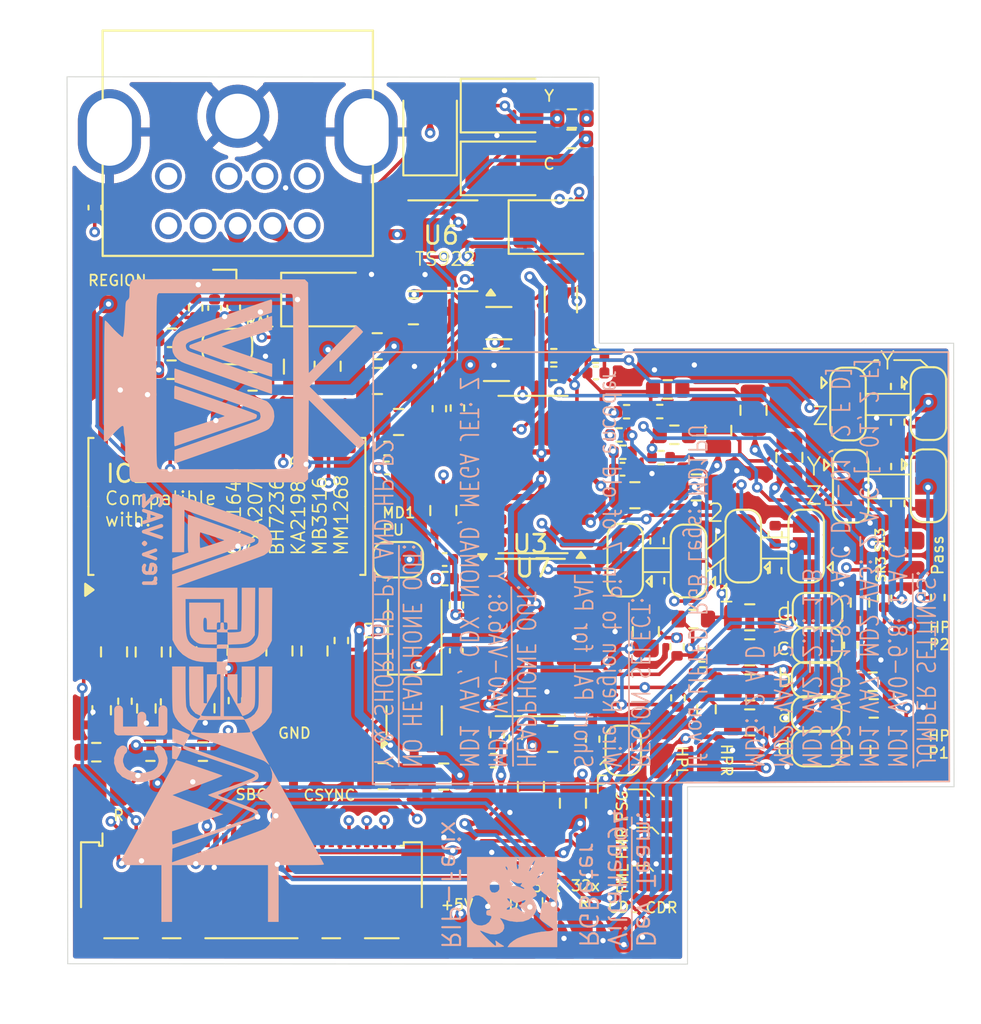
<source format=kicad_pcb>
(kicad_pcb (version 20241229) (generator "pcbnew") (generator_version "9.0")
  (layers (0 "F.Cu" signal) (4 "In1.Cu" signal) (6 "In2.Cu" signal) (2 "B.Cu" signal) (13 "F.Paste" user) (15 "B.Paste" user) (5 "F.SilkS" user "F.Silkscreen") (7 "B.SilkS" user "B.Silkscreen") (1 "F.Mask" user) (3 "B.Mask" user) (25 "Edge.Cuts" user))
  (net 0 "")
  (net 1 "+5V")
  (net 2 "/B-IN")
  (net 3 "GND")
  (net 4 "/PSG")
  (net 5 "/32X_L")
  (net 6 "/32X_R")
  (net 7 "/FM_R")
  (net 8 "/FM_L")
  (net 9 "/CV-OUT")
  (net 10 "/CLK")
  (net 11 "/G-IN")
  (net 12 "/R-OUT")
  (net 13 "/G-OUT")
  (net 14 "/B-OUT")
  (net 15 "/CSync")
  (net 16 "/R-IN")
  (net 17 "/CD_R")
  (net 18 "/CD_L")
  (net 19 "/AUD-R")
  (net 20 "/AUD-L")
  (net 21 "/AUD-M")
  (net 22 "Net-(32XPD1-A)")
  (net 23 "Net-(32XPD2-A)")
  (net 24 "Net-(C3-Pad2)")
  (net 25 "Net-(C4-Pad2)")
  (net 26 "Net-(U3A-+)")
  (net 27 "Net-(U3B-+)")
  (net 28 "Net-(C12-Pad1)")
  (net 29 "Net-(U3A--)")
  (net 30 "Net-(C13-Pad1)")
  (net 31 "Net-(U3B--)")
  (net 32 "Net-(C19-Pad2)")
  (net 33 "Net-(C20-Pad2)")
  (net 34 "Net-(C21-Pad2)")
  (net 35 "Net-(C22-Pad2)")
  (net 36 "Net-(C24-Pad2)")
  (net 37 "Net-(SR3-Pin_1)")
  (net 38 "Net-(C25-Pad2)")
  (net 39 "Net-(C26-Pad2)")
  (net 40 "Net-(SL3-Pin_1)")
  (net 41 "Net-(C27-Pad2)")
  (net 42 "Net-(C34-Pad1)")
  (net 43 "Net-(U7A--)")
  (net 44 "/SR")
  (net 45 "Net-(U7B--)")
  (net 46 "/SL")
  (net 47 "/V_REF")
  (net 48 "/HP_R")
  (net 49 "Net-(HPR_SL2-Pin_1)")
  (net 50 "Net-(C42-Pad1)")
  (net 51 "Net-(C43-Pad1)")
  (net 52 "Net-(C44-Pad1)")
  (net 53 "Net-(HPL_SL2-Pin_1)")
  (net 54 "/HP_L")
  (net 55 "Net-(C49-Pad2)")
  (net 56 "Net-(D2-A)")
  (net 57 "/C-OUT")
  (net 58 "/YTRAP")
  (net 59 "/Y-OUT")
  (net 60 "Net-(MD1_PU1-A)")
  (net 61 "Net-(PSGPD1-A)")
  (net 62 "Net-(PSGPD2-A)")
  (net 63 "Net-(PSGPD3-A)")
  (net 64 "Net-(U7C--)")
  (net 65 "Net-(R52-Pad2)")
  (net 66 "Net-(U7D--)")
  (net 67 "Net-(FMR_1-C)")
  (net 68 "Net-(FML_1-C)")
  (net 69 "Net-(FML_1-B)")
  (net 70 "Net-(FML_1-A)")
  (net 71 "Net-(FML_2-A)")
  (net 72 "Net-(FML_2-C)")
  (net 73 "Net-(FML_2-B)")
  (net 74 "Net-(FMR_1-B)")
  (net 75 "Net-(FMR_1-A)")
  (net 76 "Net-(FMR_2-B)")
  (net 77 "Net-(FMR_2-A)")
  (net 78 "Net-(FMR_2-C)")
  (net 79 "Net-(HPL_RES1-A)")
  (net 80 "Net-(HPL_RES1-B)")
  (net 81 "Net-(HPL_RES2-B)")
  (net 82 "Net-(HPL_RES2-A)")
  (net 83 "Net-(HPL_RES2-C)")
  (net 84 "Net-(HPL_SL1-Pin_1)")
  (net 85 "Net-(HPR_RES1-A)")
  (net 86 "Net-(HPR_RES1-B)")
  (net 87 "Net-(HPR_RES2-B)")
  (net 88 "Net-(HPR_RES2-A)")
  (net 89 "Net-(HPR_RES2-C)")
  (net 90 "Net-(HPR_SL1-Pin_1)")
  (net 91 "Net-(PSGPD4-A)")
  (net 92 "Net-(C1-Pad2)")
  (net 93 "Net-(C28-Pad1)")
  (net 94 "Net-(IC1-RIN)")
  (net 95 "Net-(C29-Pad1)")
  (net 96 "Net-(IC1-GIN)")
  (net 97 "Net-(IC1-SCIN)")
  (net 98 "Net-(IC1-YCLPC)")
  (net 99 "Net-(IC1-BIN)")
  (net 100 "Net-(IC1-CSYNC_IN)")
  (net 101 "Net-(IC1-IREF)")
  (net 102 "Net-(C46-Pad1)")
  (net 103 "Net-(C47-Pad1)")
  (net 104 "Net-(C48-Pad1)")
  (net 105 "Net-(IC1-VREF)")
  (net 106 "Net-(FO1-A)")
  (net 107 "Net-(FO1-B)")
  (net 109 "Net-(IC1-CVOUT)")
  (net 110 "Net-(IC1-COUT)")
  (net 111 "Net-(IC1-YOUT)")
  (net 113 "Net-(SBCR1-Pin_1)")
  (net 115 "/REGION")
  (footprint "Connector_Wire:SolderWirePad_1x01_SMD_1x2mm" (layer "F.Cu") (at 172.111038 107.153929 -90)
    (property "Reference" "REGION")
    (property "Value" "~")
  )
  (footprint "Jumper:SolderJumper-2_P1.3mm_Open_RoundedPad1.0x1.5mm" (layer "F.Cu") (at 211.575 130.25 180)
    (property "Reference" "PSGPD2" (hide yes))
    (property "Value" "~" (hide yes))
  )
  (footprint "Connector_Wire:SolderWirePad_1x01_SMD_1x2mm" (layer "F.Cu") (at 176.381601 134.37786 180)
    (property "Reference" "B_IN1" (hide yes))
    (property "Value" "~" (hide yes))
  )
  (footprint "Resistor_SMD:R_0402_1005Metric" (layer "F.Cu") (at 209.209703 122.168429 90)
    (property "Reference" "R21" (hide yes))
    (property "Value" "2.2k" (hide yes))
  )
  (footprint "Capacitor_SMD:C_0805_2012Metric" (layer "F.Cu") (at 188.833741 107.547908)
    (property "Reference" "C31" (hide yes))
    (property "Value" "10uF")
  )
  (footprint "Resistor_SMD:R_0402_1005Metric" (layer "F.Cu") (at 202.8 115.8 180)
    (property "Reference" "R40" (hide yes))
    (property "Value" "10k" (hide yes))
  )
  (footprint "Capacitor_Tantalum_SMD:CP_EIA-3528-15_AVX-H" (layer "F.Cu") (at 188.909878 125.569234 90)
    (property "Reference" "C56" (hide yes))
    (property "Value" "220uF")
  )
  (footprint "Connector_Wire:SolderWirePad_1x01_SMD_1x2mm" (layer "F.Cu") (at 184.200229 133.008778 180)
    (property "Reference" "S_IN1" (hide yes))
    (property "Value" "~" (hide yes))
  )
  (footprint "Resistor_SMD:R_0402_1005Metric" (layer "F.Cu") (at 175.901623 129.56805 90)
    (property "Reference" "R66" (hide yes))
    (property "Value" "4.7k")
  )
  (footprint "Resistor_SMD:R_0402_1005Metric" (layer "F.Cu") (at 199.095 110.075)
    (property "Reference" "R46" (hide yes))
    (property "Value" "10k" (hide yes))
  )
  (footprint "Package_SO:SO-14_3.9x8.65mm_P1.27mm" (layer "F.Cu") (at 195.57924 116.748814 180)
    (property "Reference" "U7")
    (property "Value" "TS924")
  )
  (footprint "Connector_Wire:SolderWirePad_1x01_SMD_1x2mm" (layer "F.Cu") (at 174.451322 134.396922)
    (property "Reference" "G_IN1" (hide yes))
    (property "Value" "~" (hide yes))
  )
  (footprint "Capacitor_SMD:C_0402_1005Metric" (layer "F.Cu") (at 191.253416 126.68481 90)
    (property "Reference" "C11" (hide yes))
    (property "Value" "47p" (hide yes))
  )
  (footprint "Connector_Wire:SolderWirePad_1x01_SMD_1x2mm" (layer "F.Cu") (at 200.62 142.7)
    (property "Reference" "CD_L1" (hide yes))
    (property "Value" "SMD_Conn_01x01" (hide yes))
  )
  (footprint "Resistor_SMD:R_0402_1005Metric" (layer "F.Cu") (at 172.567973 129.529917 90)
    (property "Reference" "R57" (hide yes))
    (property "Value" "4.7k")
  )
  (footprint "Capacitor_SMD:C_0805_2012Metric" (layer "F.Cu") (at 206.025684 114.261229 90)
    (property "Reference" "C26" (hide yes))
    (property "Value" "10uF" (hide yes))
  )
  (footprint "Resistor_SMD:R_0603_1608Metric" (layer "F.Cu") (at 204.623677 124.897246 180)
    (property "Reference" "R26" (hide yes))
    (property "Value" "36k")
  )
  (footprint "Connector_Wire:SolderWirePad_1x01_SMD_1x2mm" (layer "F.Cu") (at 216.65 122.125 90)
    (property "Reference" "SR3")
    (property "Value" "SMD_Conn_01x01" (hide yes))
  )
  (footprint "Jumper:SolderJumper-3_P1.3mm_Open_RoundedPad1.0x1.5mm" (layer "F.Cu") (at 217.875 112.75 -90)
    (property "Reference" "HPL_RES2" (hide yes))
    (property "Value" "SolderJumper_3_Open" (hide yes))
  )
  (footprint "Jumper:SolderJumper-2_P1.3mm_Open_RoundedPad1.0x1.5mm" (layer "F.Cu") (at 187.973511 121.553791 180)
    (property "Reference" "MD1_PU1" (hide yes))
    (property "Value" "~" (hide yes))
  )
  (footprint "Resistor_SMD:R_0402_1005Metric" (layer "F.Cu") (at 203.75 129.34 -90)
    (property "Reference" "R32" (hide yes))
    (property "Value" "47k" (hide yes))
  )
  (footprint "Capacitor_SMD:C_0402_1005Metric" (layer "F.Cu") (at 199.125 111.025)
    (property "Reference" "C36" (hide yes))
    (property "Value" "5.6nF" (hide yes))
  )
  (footprint "Connector_Wire:SolderWirePad_1x01_SMD_1x2mm" (layer "F.Cu") (at 197.878207 99.173916 90)
    (property "Reference" "CHROMA1" (hide yes))
    (property "Value" "SMD_Conn_01x01" (hide yes))
  )
  (footprint "Jumper:SolderJumper-3_P1.3mm_Open_RoundedPad1.0x1.5mm" (layer "F.Cu") (at 200.775 121.575 90)
    (property "Reference" "FML_1" (hide yes))
    (property "Value" "SolderJumper_3_Open" (hide yes))
  )
  (footprint "Resistor_SMD:R_0402_1005Metric" (layer "F.Cu") (at 191.260887 124.114727 90)
    (property "Reference" "R7" (hide yes))
    (property "Value" "47k" (hide yes))
  )
  (footprint "Capacitor_SMD:C_0805_2012Metric" (layer "F.Cu") (at 179.084485 126.661494 -90)
    (property "Reference" "C32" (hide yes))
    (property "Value" "0.1uF")
  )
  (footprint "Capacitor_SMD:C_0805_2012Metric" (layer "F.Cu") (at 187.120339 133.754337)
    (property "Reference" "C54" (hide yes))
    (property "Value" "10uF")
  )
  (footprint "Resistor_SMD:R_0402_1005Metric" (layer "F.Cu") (at 205.1 126.925 180)
    (property "Reference" "R27" (hide yes))
    (property "Value" "51k" (hide yes))
  )
  (footprint "Connector_Wire:SolderWirePad_1x01_SMD_1x2mm" (layer "F.Cu") (at 202.54 137.66 90)
    (property "Reference" "FM_R1" (hide yes))
    (property "Value" "SMD_Conn_01x01" (hide yes))
  )
  (footprint "Capacitor_Tantalum_SMD:CP_EIA-3528-15_AVX-H" (layer "F.Cu") (at 183.835252 106.885737)
    (property "Reference" "C46" (hide yes))
    (property "Value" "220uF")
  )
  (footprint "Resistor_SMD:R_0603_1608Metric" (layer "F.Cu") (at 176.963382 132.371704)
    (property "Reference" "R56" (hide yes))
    (property "Value" "5.6k")
  )
  (footprint "Capacitor_SMD:C_0805_2012Metric" (layer "F.Cu") (at 195.46 134.34 90)
    (property "Reference" "C4" (hide yes))
    (property "Value" "10uF" (hide yes))
  )
  (footprint "Connector_Wire:SolderWirePad_1x01_SMD_1x2mm" (layer "F.Cu") (at 216.89571 125.307108 90)
    (property "Reference" "HPL_SL2" (hide yes))
    (property "Value" "SMD_Conn_01x01" (hide yes))
  )
  (footprint "Resistor_SMD:R_0603_1608Metric" (layer "F.Cu") (at 214.084197 132.285858 90)
    (property "Reference" "R15" (hide yes))
    (property "Value" "75")
  )
  (footprint "Connector_Wire:SolderWirePad_1x01_SMD_1x2mm" (layer "F.Cu") (at 202.675 132.875)
    (property "Reference" "HP_L1" (hide yes))
    (property "Value" "SMD_Conn_01x01" (hide yes))
  )
  (footprint "Resistor_SMD:R_0603_1608Metric" (layer "F.Cu") (at 170.949253 132.403464)
    (property "Reference" "R37" (hide yes))
    (property "Value" "5.6k")
  )
  (footprint "Resistor_SMD:R_0402_1005Metric" (layer "F.Cu") (at 186.31197 125.539302 180)
    (property "Reference" "R36" (hide yes))
    (property "Value" "2.2k")
  )
  (footprint "Jumper:SolderJumper-3_P1.3mm_Open_RoundedPad1.0x1.5mm" (layer "F.Cu") (at 213.491794 117.41 -90)
    (property "Reference" "HPR_RES1" (hide yes))
    (property "Value" "SolderJumper_3_Open" (hide yes))
  )
  (footprint "Connector_Wire:SolderWirePad_1x01_SMD_1x2mm" (layer "F.Cu") (at 205.325 132.865)
    (property "Reference" "HP_R1" (hide yes))
    (property "Value" "SMD_Conn_01x01" (hide yes))
  )
  (footprint "Resistor_SMD:R_0402_1005Metric" (layer "F.Cu") (at 184.768353 126.106345 90)
    (property "Reference" "R67" (hide yes))
    (property "Value" "2.2k")
  )
  (footprint "Capacitor_SMD:C_0805_2012Metric" (layer "F.Cu") (at 201.323165 117.916742)
    (property "Reference" "C37" (hide yes))
    (property "Value" "10uF")
  )
  (footprint "Resistor_SMD:R_0402_1005Metric" (layer "F.Cu") (at 213.5 126.375 90)
    (property "Reference" "R30" (hide yes))
    (property "Value" "15k" (hide yes))
  )
  (footprint "Capacitor_Tantalum_SMD:CP_EIA-3528-15_AVX-H" (layer "F.Cu") (at 193.963527 95.954101)
    (property "Reference" "C47" (hide yes))
    (property "Value" "220uF")
  )
  (footprint "Resistor_SMD:R_0603_1608Metric" (layer "F.Cu") (at 175.193534 110.842019 180)
    (property "Reference" "R74" (hide yes))
    (property "Value" "75")
  )
  (footprint "Resistor_SMD:R_0402_1005Metric" (layer "F.Cu") (at 202.725 113.2 180)
    (property "Reference" "R41" (hide yes))
    (property "Value" "10k" (hide yes))
  )
  (footprint "Capacitor_SMD:C_0805_2012Metric" (layer "F.Cu") (at 183.994859 110.647002 -90)
    (property "Reference" "C51" (hide yes))
    (property "Value" "10uF")
  )
  (footprint "Resistor_SMD:R_0402_1005Metric" (layer "F.Cu") (at 200.856796 113.209942 180)
    (property "Reference" "R48" (hide yes))
    (property "Value" "10k" (hide yes))
  )
  (footprint "Capacitor_SMD:C_0805_2012Metric" (layer "F.Cu") (at 201.94139 125.607723 90)
    (property "Reference" "C15" (hide yes))
    (property "Value" "10uF" (hide yes))
  )
  (footprint "Resistor_SMD:R_0402_1005Metric" (layer "F.Cu") (at 179.861113 129.466516 90)
    (property "Reference" "R68" (hide yes))
    (property "Value" "2.2k")
  )
  (footprint "Resistor_SMD:R_0402_1005Metric" (layer "F.Cu") (at 202.6 122.74 -90)
    (property "Reference" "R23" (hide yes))
    (property "Value" "2.2k" (hide yes))
  )
  (footprint "Connector_Wire:SolderWirePad_1x01_SMD_1x2mm" (layer "F.Cu") (at 196.28 142.73)
    (property "Reference" "32X_L1" (hide yes))
    (property "Value" "SMD_Conn_01x01" (hide yes))
  )
  (footprint "Package_SO:SO-14_3.9x8.65mm_P1.27mm" (layer "F.Cu") (at 195.426106 125.938898)
    (property "Reference" "U3")
    (property "Value" "TS924")
  )
  (footprint "Resistor_SMD:R_0402_1005Metric" (layer "F.Cu") (at 174.96976 129.56805 90)
    (property "Reference" "R58" (hide yes))
    (property "Value" "4.7k")
  )
  (footprint "Resistor_SMD:R_0402_1005Metric" (layer "F.Cu") (at 203.7 126.46 90)
    (property "Reference" "R31" (hide yes))
    (property "Value" "47k" (hide yes))
  )
  (footprint "Resistor_SMD:R_0402_1005Metric" (layer "F.Cu") (at 209.234703 120.143429 -90)
    (property "Reference" "R22" (hide yes))
    (property "Value" "22k" (hide yes))
  )
  (footprint "Connector_Wire:SolderWirePad_1x01_SMD_1x2mm" (layer "F.Cu") (at 216.65 120.475 90)
    (property "Reference" "SL3")
    (property "Value" "SMD_Conn_01x01" (hide yes))
  )
  (footprint "Connector_Wire:SolderWirePad_1x01_SMD_1x2mm" (layer "F.Cu") (at 216.855293 126.749678 -90)
    (property "Reference" "HPL_SL1" (hide yes))
    (property "Value" "SMD_Conn_01x01" (hide yes))
  )
  (footprint "Resistor_SMD:R_0402_1005Metric" (layer "F.Cu") (at 216.141571 111.786884 90)
    (property "Reference" "R79" (hide yes))
    (property "Value" "51k")
  )
  (footprint "Resistor_SMD:R_0402_1005Metric" (layer "F.Cu") (at 198.94 131.67 90)
    (property "Reference" "R25" (hide yes))
    (property "Value" "22k")
  )
  (footprint "Connector_Wire:SolderWirePad_1x01_SMD_1x2mm" (layer "F.Cu") (at 172.225448 134.427317)
    (property "Reference" "R_IN1" (hide yes))
    (property "Value" "~" (hide yes))
  )
  (footprint "Resistor_SMD:R_0603_1608Metric" (layer "F.Cu") (at 179.763376 111.500185 180)
    (property "Reference" "R35" (hide yes))
    (property "Value" "20k")
  )
  (footprint "Jumper:SolderJumper-2_P1.3mm_Open_RoundedPad1.0x1.5mm" (layer "F.Cu") (at 200.67 132.31 -90)
    (property "Reference" "PSGPD4" (hide yes))
    (property "Value" "~")
  )
  (footprint "Resistor_SMD:R_0402_1005Metric" (layer "F.Cu") (at 215.403331 123.723151 -90)
    (property "Reference" "R61" (hide yes))
    (property "Value" "100" (hide yes))
  )
  (footprint "Capacitor_SMD:C_0402_1005Metric" (layer "F.Cu") (at 177.622946 107.362708 -90)
    (property "Reference" "C49" (hide yes))
    (property "Value" "7p")
  )
  (footprint "MyLibrary:CXA2075" (layer "F.Cu") (at 178.315163 118.548265 90)
    (property "Reference" "IC1")
    (property "Value" "CXA1645/CXA2075/BH7236AF")
  )
  (footprint "Resistor_SMD:R_0603_1608Metric" (layer "F.Cu") (at 214.017015 123.969773 90)
    (property "Reference" "R17" (hide yes))
    (property "Value" "75")
  )
  (footprint "Connector_Wire:SolderWirePad_1x01_SMD_1x2mm" (layer "F.Cu") (at 216.62 131.38 90)
    (property "Reference" "HPR_SL2" (hide yes))
    (property "Value" "SMD_Conn_01x01" (hide yes))
  )
  (footprint "Capacitor_SMD:C_1206_3216Metric" (layer "F.Cu") (at 197.15 106.9 90)
    (property "Reference" "C44" (hide yes))
    (property "Value" "47u")
  )
  (footprint "Jumper:SolderJumper-2_P1.3mm_Open_RoundedPad1.0x1.5mm" (layer "F.Cu") (at 178.341741 109.53517)
    (property "Reference" "FO1" (hide yes))
    (property "Value" "~")
  )
  (footprint "Resistor_SMD:R_0402_1005Metric" (layer "F.Cu") (at 178.796739 129.49501 90)
    (property "Reference" "R70" (hide yes))
    (property "Value" "1k")
  )
  (footprint "Capacitor_SMD:C_0805_2012Metric" (layer "F.Cu") (at 171.951528 126.748422 90)
    (property "Reference" "C28" (hide yes))
    (property "Value" "10uF")
  )
  (footprint "Capacitor_SMD:C_0805_2012Metric" (layer "F.Cu") (at 175.866931 126.747924 90)
    (property "Reference" "C34" (hide yes))
    (property "Value" "10uF")
  )
  (footprint "Resistor_SMD:R_0603_1608Metric" (layer "F.Cu") (at 203.549375 114.509948 180)
    (property "Reference" "R39" (hide yes))
    (property "Value" "7.5k")
  )
  (footprint "Connector_Wire:SolderWirePad_1x01_SMD_1x2mm" (layer "F.Cu") (at 193.97 142.82)
    (property "Reference" "GND1" (hide yes))
    (property "Value" "~" (hide yes))
  )
  (footprint "Connector_Wire:SolderWirePad_1x01_SMD_1x2mm" (layer "F.Cu") (at 191.51 142.82)
    (property "Reference" "5V1" (hide yes))
    (property "Value" "~" (hide yes))
  )
  (footprint "Jumper:SolderJumper-2_P1.3mm_Open_RoundedPad1.0x1.5mm" (layer "F.Cu") (at 211.575 128.325 180)
    (property "Reference" "PSGPD3" (hide yes))
    (property "Value" "~" (hide yes))
  )
  (footprint "Capacitor_Tantalum_SMD:CP_EIA-3528-15_AVX-H" (layer "F.Cu") (at 193.963709 99.490978)
    (property "Reference" "C48" (hide yes))
    (property "Value" "220uF")
  )
  (footprint "Resistor_SMD:R_0402_1005Metric" (layer "F.Cu") (at 196.75 110.05 180)
    (property "Reference" "R55" (hide yes))
    (property "Value" "330" (hide yes))
  )
  (footprint "Jumper:SolderJumper-2_P1.3mm_Open_RoundedPad1.0x1.5mm" (layer "F.Cu") (at 211.625 124.425 180)
    (property "Reference" "32XPD2" (hide yes))
    (property "Value" "~" (hide yes))
  )
  (footprint "Resistor_SMD:R_0402_1005Metric" (layer "F.Cu") (at 205.146609 127.996528 180)
    (property "Reference" "R28" (hide yes))
    (property "Value" "51k" (hide yes))
  )
  (footprint "Resistor_SMD:R_0603_1608Metric" (layer "F.Cu") (at 177.094344 129.927519 90)
    (property "Reference" "R73" (hide yes))
    (property "Value" "1.2k")
  )
  (footprint "Connector_Wire:SolderWirePad_1x01_SMD_1x2mm" (layer "F.Cu") (at 197.8475 95.42 90)
    (property "Reference" "LUMA1" (hide yes))
    (property "Value" "SMD_Conn_01x01" (hide yes))
  )
  (footprint "Capacitor_SMD:C_0805_2012Metric" (layer "F.Cu") (at 190.52102 118.780585 90)
    (property "Reference" "C14" (hide yes))
    (property "Value" "10uF" (hide yes))
  )
  (footprint "Capacitor_SMD:C_0805_2012Metric" (layer "F.Cu") (at 186.805052 111.478272 180)
    (property "Reference" "C52" (hide yes))
    (property "Value" "10uF")
  )
  (footprint "Package_SO:SO-8_3.9x4.9mm_P1.27mm" (layer "F.Cu") (at 190.4971 103.85544 180)
    (property "Reference" "U6")
    (property "Value" "TS922")
  )
  (footprint "Inductor_SMD:L_0805_2012Metric" (layer "F.Cu") (at 182.091509 110.66792 90)
    (property "Reference" "L1" (hide yes))
    (property "Value" "100uH")
  )
  (footprint "Resistor_SMD:R_0402_1005Metric" (layer "F.Cu") (at 216.153744 116.29929 90)
    (property "Reference" "R65" (hide yes))
    (property "Value" "51k" (hide yes))
  )
  (footprint "Resistor_SMD:R_0402_1005Metric" (layer "F.Cu") (at 196.75 111.05)
    (property "Reference" "R49" (hide yes))
    (property "Value" "10k" (hide yes))
  )
  (footprint "Capacitor_SMD:C_0402_1005Metric" (layer "F.Cu") (at 178.697965 107.327268 90)
    (property "Reference" "C50" (hide yes))
    (property "Value" "12p")
  )
  (footprint "Capacitor_SMD:C_0402_1005Metric" (layer "F.Cu") (at 190.595754 121.542006 180)
    (property "Reference" "C12" (hide yes))
    (property "Value" "47p" (hide yes))
  )
  (footprint "Capacitor_SMD:C_0805_2012Metric" (layer "F.Cu") (at 208.012328 113.128003 90)
    (property "Reference" "C27" (hide yes))
    (property "Value" "10uF" (hide yes))
  )
  (footprint "Capacitor_SMD:C_0805_2012Metric" (layer "F.Cu") (at 187.995627 113.788512)
    (property "Reference" "C39" (hide yes))
    (property "Value" "0.1uF")
  )
  (footprint "Resistor_SMD:R_0603_1608Metric" (layer "F.Cu") (at 175.214595 109.043388)
    (property "Reference" "R45" (hide yes))
    (property "Value" "82k")
  )
  (footprint "Resistor_SMD:R_0603_1608Metric" (layer "F.Cu") (at 205.360966 129.978158 -90)
    (property "Reference" "R29" (hide yes))
    (property "Value" "36k")
  )
  (footprint "Capacitor_SMD:C_1206_3216Metric" (layer "F.Cu") (at 193.6521 108.215183)
    (property "Reference" "C43" (hide yes))
    (property "Value" "47u")
  )
  (footprint "Capacitor_SMD:C_0805_2012Metric" (layer "F.Cu") (at 210.034721 115.786388 90)
    (property "Reference" "C24" (hide yes))
    (property "Value" "10uF" (hide yes))
  )
  (footprint "Resistor_SMD:R_0603_1608Metric" (layer "F.Cu") (at 197.773268 96.682714 180)
    (property "Reference" "R75" (hide yes))
    (property "Value" "75")
  )
  (footprint "Connector_Wire:SolderWirePad_1x01_SMD_1x2mm" (layer "F.Cu") (at 202.79 142.7)
    (property "Reference" "CD_R1" (hide yes))
    (property "Value" "SMD_Conn_01x01" (hide yes))
  )
  (footprint "Capacitor_SMD:C_0805_2012Metric" (layer "F.Cu") (at 190.544516 133.776307 180)
    (property "Reference" "C55" (hide yes))
    (property "Value" "10uF")
  )
  (footprint "Capacitor_SMD:C_0402_1005Metric" (layer "F.Cu") (at 194.602707 131.5624 90)
    (property "Reference" "C13" (hide yes))
    (property "Value" "47p" (hide yes))
  )
  (footprint "Capacitor_Tantalum_SMD:CP_EIA-3528-15_AVX-H" (layer "F.Cu") (at 196.665464 102.8)
    (property "Reference" "C45" (hide yes))
    (property "Value" "220uF" (hide yes))
  )
  (footprint "Resistor_SMD:R_0402_1005Metric" (layer "F.Cu") (at 193.560167 131.411124 -90)
    (property "Reference" "R8" (hide yes))
    (property "Value" "47k" (hide yes))
  )
  (footprint "Resistor_SMD:R_0402_1005Metric" (layer "F.Cu") (at 190.6107 122.618176 180)
    (property "Reference" "R4" (hide yes))
    (property "Value" "47k" (hide yes))
  )
  (footprint "Jumper:SolderJumper-3_P1.3mm_Open_RoundedPad1.0x1.5mm" (layer "F.Cu") (at 213.342537 112.775 -90)
    (property "Reference" "HPL_RES1" (hide yes))
    (property "Value" "SolderJumper_3_Open" (hide yes))
  )
  (footprint "Capacitor_SMD:C_0805_2012Metric" (layer "F.Cu") (at 207.8 124.8 180)
    (property "Reference" "C19" (hide yes))
    (property "Value" "10uF" (hide yes))
  )
  (footprint "Resistor_SMD:R_0603_1608Metric" (layer "F.Cu") (at 214.791347 129.933509)
    (property "Reference" "R33" (hide yes))
    (property "Value" "3.6k")
  )
  (footprint "Capacitor_SMD:C_0805_2012Metric" (layer "F.Cu") (at 186.792485 109.517739 180)
    (property "Reference" "C53" (hide yes))
    (property "Value" "0.1uF")
  )
  (footprint "Jumper:SolderJumper-3_P1.3mm_Open_RoundedPad1.0x1.5mm" (layer "F.Cu") (at 210.984703 120.783429 90)
    (property "Reference" "FMR_1" (hide yes))
    (property "Value" "SolderJumper_3_Open" (hide yes))
  )
  (footprint "Capacitor_SMD:C_0805_2012Metric" (layer "F.Cu") (at 173.905907 126.755799 90)
    (property "Reference" "C29" (hide yes))
    (property "Value" "10uF")
  )
  (footprint "Capacitor_SMD:C_0805_2012Metric" (layer "F.Cu") (at 207.8 128.75 180)
    (property "Reference" "C21" (hide yes))
    (property "Value" "10uF" (hide yes))
  )
  (footprint "Connector_Wire:SolderWirePad_1x01_SMD_1x2mm" (layer "F.Cu") (at 216.62 132.66 90)
    (property "Reference" "HPR_SL1" (hide yes))
    (property "Value" "SMD_Conn_01x01" (hide yes))
  )
  (footprint "Jumper:SolderJumper-3_P1.3mm_Open_RoundedPad1.0x1.5mm" (layer "F.Cu") (at 207.434703 120.783429 90)
    (property "Reference" "FMR_2" (hide yes))
    (property "Value" "SolderJumper_3_Open" (hide yes))
  )
  (footprint "Capacitor_SMD:C_0805_2012Metric" (layer "F.Cu") (at 207.8 130.725 180)
    (property "Reference" "C22" (hide yes))
    (property "Value" "10uF" (hide yes))
  )
  (footprint "Capacitor_SMD:C_1206_3216Metric" (layer "F.Cu") (at 193.517578 110.569305 180)
    (property "Reference" "C42" (hide yes))
    (property "Value" "47u")
  )
  (footprint "Capacitor_SMD:C_0402_1005Metric" (layer "F.Cu") (at 170.87136 101.702574 -90)
    (property "Reference" "C1" (hide yes))
    (property "Value" "47p")
  )
  (footprint "Resistor_SMD:R_0402_1005Metric" (layer "F.Cu") (at 200.647134 115.493804)
    (property "Reference" "R47" (hide yes))
    (property "Value" "10k" (hide yes))
  )
  (footprint "Capacitor_SMD:C_0805_2012Metric" (layer "F.Cu") (at 207.8 126.775 180)
    (property "Reference" "C20" (hide yes))
    (property "Value" "10uF" (hide yes))
  )
  (footprint "Jumper:SolderJumper-2_P1.3mm_Open_RoundedPad1.0x1.5mm" (layer "F.Cu") (at 211.575 132.2 180)
    (property "Reference" "32XPD1" (hide yes))
    (property "Value" "~" (hide yes))
  )
  (footprint "Capacitor_SMD:C_0402_1005Metric" (layer "F.Cu") (at 200.62845 116.4504)
    (property "Reference" "C35" (hide yes))
    (property "Value" "5.6nF" (hide yes))
  )
  (footprint "Connector_FFC-FPC:Molex_502244-3330_1x33-1MP_P0.5mm_Horizontal" (layer "F.Cu") (at 179.7 140.44)
    (property "Reference" "Z1" (hide yes))
    (property "Value" "Conn_01x33_Pin" (hide yes))
  )
  (footprint "Capacitor_SMD:C_0805_2012Metric" (layer "F.Cu") (at 197.83 135.28 90)
    (property "Reference" "C3" (hide yes))
    (property "Value" "10uF" (hide yes))
  )
  (footprint "Connector_Wire:SolderWirePad_1x01_SMD_1x2mm" (layer "F.Cu") (at 202.51 139.75 90)
    (property "Reference" "FM_L1" (hide yes))
    (property "Value" "SMD_Conn_01x01" (hide yes))
  )
  (footprint "Resistor_SMD:R_0402_1005Metric" (layer "F.Cu") (at 193.35278 132.879588)
    (property "Reference" "R5" (hide yes))
    (property "Value" "47k" (hide yes))
  )
  (footprint "Resistor_SMD:R_0402_1005Metric" (layer "F.Cu") (at 176.553855 107.357067 -90)
    (property "Reference" "R59" (hide yes))
    (property "Value" "47k")
  )
  (footprint "Diode_SMD:D_SOD-882" (layer "F.Cu") (at 178.039504 105.815228 180)
    (property "Reference" "D2" (hide yes))
    (property "Value" "1N4148W")
  )
  (footprint "Resistor_SMD:R_0402_1005Metric" (layer "F.Cu") (at 218.406679 123.684217 -90)
    (property "Reference" "R60" (hide yes))
    (property "Value" "100" (hide yes))
  )
  (footprint "Capacitor_SMD:C_0805_2012Metric" (layer "F.Cu") (at 181.276739 126.694518 -90)
    (property "Reference" "C33" (hide yes))
    (property "Value" "0.1uF")
  )
  (footprint "Connector_Wire:SolderWirePad_1x01_SMD_1x2mm" (layer "F.Cu") (at 179.91659 133.100038)
    (property "Reference" "SBCR1" (hide yes))
    (property "Value" "~")
  )
  (footprint "Resistor_SMD:R_0603_1608Metric" (layer "F.Cu") (at 214.72789 128.430495)
    (property "Reference" "R34" (hide yes))
    (property "Value" "820")
  )
  (footprint "Resistor_SMD:R_0402_1005Metric" (layer "F.Cu") (at 190.294601 113.038791 90)
    (property "Reference" "R54" (hide yes))
    (property "Value" "330" (hide yes))
  )
  (footprint "Jumper:SolderJumper-3_P1.3mm_Open_RoundedPad1.0x1.5mm" (layer "F.Cu") (at 217.875 117.385 -90)
    (property "Reference" "HPR_RES2" (hide yes))
    (property "Value" "SolderJumper_3_Open" (hide yes))
  )
  (footprint "Resistor_SMD:R_0402_1005Metric" (layer "F.Cu") (at 216.145 113.795 90)
    (property "Reference" "R62" (hide yes))
    (property "Value" "10k" (hide yes))
  )
  (footprint "Capacitor_SMD:C_0805_2012Metric" (layer "F.Cu") (at 196.692242 131.651364)
    (property "Reference" "C30" (hide yes))
    (property "Value" "10uF")
  )
  (footprint "Resistor_SMD:R_0603_1608Metric" (layer "F.Cu") (at 197.747452 97.834544 180)
    (property "Reference" "R76" (hide yes))
    (property "Value" "75")
  )
  (footprint "Capacitor_SMD:C_0805_2012Metric" (layer "F.Cu") (at 204.787087 117.479548)
    (property "Reference" "C25" (hide yes))
    (property "Value" "10uF" (hide yes))
  )
  (footprint "Resistor_SMD:R_0603_1608Metric" (layer "F.Cu") (at 171.252048 130.039661 90)
    (property "Reference" "R69" (hide yes))
    (property "Value" "1.2k")
  )
  (footprint "Resistor_SMD:R_0402_1005Metric" (layer "F.Cu") (at 191.314721 112.999615 90)
    (property "Reference" "R52" (hide yes))
    (property "Value" "4.7k" (hide yes))
  )
  (footprint "Resistor_SMD:R_0603_1608Metric" (layer "F.Cu") (at 173.77423 129.936461 90)
    (property "Reference" "R71" (hide yes))
    (property "Value" "1.2k")
  )
  (footprint "Resistor_SMD:R_0603_1608Metric" (layer "F.Cu") (at 174.00195 132.372146 180)
    (property "Reference" "R38" (hide yes))
    (property "Value" "5.6k")
  )
  (footprint "Connector_Wire:SolderWirePad_1x01_SMD_1x2mm" (layer "F.Cu") (at 198.44 142.72)
    (property "Reference" "32X_R1" (hide yes))
    (property "Value" "SMD_Conn_01x01" (hide yes))
  )
  (footprint "Connector_Wire:SolderWirePad_1x01_SMD_1x2mm" (layer "F.Cu") (at 182.072878 133.024189)
    (property "Reference" "GND2" (hide yes))
    (property "Value" "~")
  )
  (footprint "Resistor_SMD:R_0402_1005Metric" (layer "F.Cu") (at 202.575 120.49 -90)
    (property "Reference" "R24" (hide yes))
    (property "Value" "22k" (hide yes))
  )
  (footprint "Capacitor_SMD:C_0402_1005Metric" (layer "F.Cu") (at 187.342097 116.379608)
    (property "Reference" "C9" (hide yes))
    (property "Value" "47p" (hide yes))
  )
  (footprint "Capacitor_SMD:C_0805_2012Metric" (layer "F.Cu") (at 183.254325 126.697015 90)
    (property "Reference" "C38" (hide yes))
    (property "Value" "5p")
  )
  (footprint "Resistor_SMD:R_0402_1005Metric" (layer "F.Cu") (at 200.435591 114.517131 180)
    (property "Reference" "R53" (hide yes))
    (property "Value" "330" (hide yes))
  )
  (footprint "MyLibrary:MD90SM-MD2" (layer "F.Cu") (at 178.929 104.933)
    (property "Reference" "CN1" (hide yes))
    (property "Value" "MD-90SM_MD2" (hide yes))
  )
  (footprint "Package_TO_SOT_SMD:TSOT-23-5" (layer "F.Cu") (at 188.874798 130.612632 90)
    (property "Reference" "U2" (hide yes))
    (property "Value" "NCV8114ASN250T1G")
  )
  (footprint "Resistor_SMD:R_0402_1005Metric" (layer "F.Cu") (at 216.15 118.385 90)
    (property "Reference" "R64" (hide yes))
    (property "Value" "10k" (hide yes))
  )
  (footprint "Jumper:SolderJumper-2_P1.3mm_Open_RoundedPad1.0x1.5mm" (layer "F.Cu") (at 211.6 126.375 180)
    (property "Reference" "PSGPD1" (hide yes))
    (property "Value" "~" (hide yes))
  )
  (footprint "Resistor_SMD:R_0402_1005Metric" (layer "F.Cu") (at 187.341953 115.284875 180)
    (property "Reference" "R72" (hide yes))
    (property "Value" "47k")
  )
  (footprint "Resistor_SMD:R_0603_1608Metric" (layer "F.Cu") (at 203.173415 111.952655 180)
    (property "Reference" "R42" (hide yes))
    (property "Value" "7.5k")
  )
  (footprint "Capacitor_Tantalum_SMD:CP_EIA-3528-15_AVX-H" (layer "F.Cu") (at 189.775 97.425 90)
    (property "Reference" "C41" (hide yes))
    (property "Value" "220uF" (hide yes))
  )
  (footprint "Connector_Wire:SolderWirePad_1x01_SMD_1x2mm" (layer "F.Cu") (at 202.53 135.61 90)
    (property "Reference" "P1" (hide yes))
    (property "Value" "SMD_Conn_01x01" (hide yes))
  )
  (footprint "Jumper:SolderJumper-3_P1.3mm_Open_RoundedPad1.0x1.5mm" (layer "F.Cu") (at 204.35 121.625 90)
    (property "Reference" "FML_2" (hide yes))
    (property "Value" "SolderJumper_3_Open" (hide yes))
  )
  (footprint "MyLibrary:RIP-Felix Logo(Small)" (layer "B.Cu") (at 194.399587 140.851392 90)
    (property "Reference" "G***" (hide yes))
    (property "Value" "LOGO" (hide yes))
  )
  (footprint "LOGO_Library:MegaAV Logo 2" (layer "B.Cu") (at 179.35 122.65 90)
    (property "Reference" "G***" (hide yes))
    (property "Value" "LOGO" (hide yes))
  )
  (gr_line (start 201.8 122.25) (end 203.3 122.25) (stroke (width 0.1)) (layer "F.SilkS"))
  (gr_line (start 214.137474 110.930025) (end 214.85 110.3) (stroke (width 0.1)) (layer "F.SilkS"))
  (gr_line (start 201.15 138.8) (end 202.05 138.8) (stroke (width 0.1)) (layer "F.SilkS"))
  (gr_line (start 217.425 110.3) (end 215.938509 110.3) (stroke (width 0.1)) (layer "F.SilkS"))
  (gr_line (start 205.892351 120.538776) (end 205.906745 119.8) (stroke (width 0.1)) (layer "F.SilkS"))
  (gr_line (start 201.8 120.9) (end 203.3 120.9) (stroke (width 0.1)) (layer "F.SilkS"))
  (gr_line (start 214.326812 113.4) (end 216.85 113.4) (stroke (width 0.1)) (layer "F.SilkS"))
  (gr_line (start 209.987812 121.486182) (end 208.437812 121.486182) (stroke (width 0.1)) (layer "F.SilkS"))
  (gr_line (start 214.501586 118.1) (end 216.8 118.1) (stroke (width 0.1)) (layer "F.SilkS"))
  (gr_line (start 205.35 122.25) (end 206.434703 121.400902) (stroke (width 0.1)) (layer "F.SilkS"))
  (gr_line (start 209.887246 120.29707) (end 208.437246 120.29707) (stroke (width 0.1)) (layer "F.SilkS"))
  (gr_line (start 214.516034 116.75) (end 216.85 116.75) (stroke (width 0.1)) (layer "F.SilkS"))
  (gr_line (start 201.05 136.65) (end 202.3 136.65) (stroke (width 0.1)) (layer "F.SilkS"))
  (gr_line (start 206.149999 121.623766) (end 206.15 122.85) (stroke (width 0.1)) (layer "F.SilkS"))
  (gr_line (start 202.05 138.8) (end 202.35 139.1) (stroke (width 0.1)) (layer "F.SilkS"))
  (gr_line (start 199.66 132.8) (end 199.37 133.1) (stroke (width 0.1)) (layer "F.SilkS"))
  (gr_line (start 214.85 110.3) (end 215.049989 110.3) (stroke (width 0.1)) (layer "F.SilkS"))
  (gr_line (start 200.95 134.5) (end 202 134.5) (stroke (width 0.1)) (layer "F.SilkS"))
  (gr_line (start 202 134.5) (end 202.4 134.9) (stroke (width 0.1)) (layer "F.SilkS"))
  (gr_line (start 205.35 121) (end 206.434703 120.077552) (stroke (width 0.1)) (layer "F.SilkS"))
  (gr_line (start 217.425 110.3) (end 217.875 110.7) (stroke (width 0.1)) (layer "F.SilkS"))
  (gr_line (start 202.3 136.65) (end 202.65 137) (stroke (width 0.1)) (layer "F.SilkS"))
  (gr_line (start 214.349285 112.2) (end 216.85 112.2) (stroke (width 0.1)) (layer "F.SilkS"))
  (gr_line (start 194.352475 123.106326) (end 194.452475 133.176326) (stroke (width 0.1)) (layer "B.SilkS"))
  (gr_line (start 201.15 136.075) (end 201.15 143.525) (stroke (width 0.1)) (layer "B.SilkS"))
  (gr_line (start 186.570013 109.849896) (end 219 109.85) (stroke (width 0.1)) (layer "B.SilkS"))
  (gr_line (start 188.007992 133.200706) (end 188.017992 120.760706) (stroke (width 0.1)) (layer "B.SilkS"))
  (gr_line (start 219 109.85) (end 219.05 134.05) (stroke (width 0.1)) (layer "B.SilkS"))
  (gr_line (start 218.85 134.05) (end 186.538073 134.199896) (stroke (width 0.1)) (layer "B.SilkS"))
  (gr_line (start 200.99 133.43) (end 200.99 124) (stroke (width 0.1)) (layer "B.SilkS"))
  (gr_line (start 219.05 134.05) (end 218.85 134.05) (stroke (width 0.1)) (layer "B.SilkS"))
  (gr_line (start 186.538073 134.199896) (end 186.57 109.86) (stroke (width 0.1)) (layer "B.SilkS"))
  (gr_line (start 216.991192 122.364749) (end 217.031192 133.274749) (stroke (width 0.1)) (layer "B.SilkS"))
  (gr_line (start 169.34 144.33) (end 204.29 144.35) (stroke (width 0.05)) (layer "Edge.Cuts"))
  (gr_line (start 199.3 94.35) (end 169.3 94.33) (stroke (width 0.05)) (layer "Edge.Cuts"))
  (gr_line (start 199.3 94.35) (end 199.31 109.35) (stroke (width 0.05)) (layer "Edge.Cuts"))
  (gr_line (start 219.32 134.35) (end 219.3 109.35) (stroke (width 0.05)) (layer "Edge.Cuts"))
  (gr_line (start 204.29 139.35) (end 204.29 134.35) (stroke (width 0.05)) (layer "Edge.Cuts"))
  (gr_line (start 204.29 139.35) (end 204.29 144.35) (stroke (width 0.05)) (layer "Edge.Cuts"))
  (gr_line (start 204.29 134.35) (end 214.32 134.35) (stroke (width 0.05)) (layer "Edge.Cuts"))
  (gr_line (start 209.31 109.35) (end 214.31 109.35) (stroke (width 0.05)) (layer "Edge.Cuts"))
  (gr_line (start 214.32 134.35) (end 219.32 134.35) (stroke (width 0.05)) (layer "Edge.Cuts"))
  (gr_line (start 199.31 109.35) (end 209.31 109.35) (stroke (width 0.05)) (layer "Edge.Cuts"))
  (gr_line (start 219.3 109.35) (end 214.31 109.35) (stroke (width 0.05)) (layer "Edge.Cuts"))
  (gr_line (start 169.3 94.33) (end 169.34 144.33) (stroke (width 0.05)) (layer "Edge.Cuts"))
  (gr_text "HP\nP1" (at 217.8 132.8 0) (layer "F.SilkS") (effects (font (size 0.6 0.6) (thickness 0.1)) (justify left bottom)))
  (gr_text "GND" (at 181.145104 131.679498 0) (layer "F.SilkS") (effects (font (size 0.6 0.6) (thickness 0.1)) (justify left bottom)))
  (gr_text "MD1\nPU" (at 187.0152 120.222668 0) (layer "F.SilkS") (effects (font (size 0.6 0.6) (thickness 0.1)) (justify left bottom)))
  (gr_text "F" (at 198.93 134.84 0) (layer "F.SilkS") (effects (font (size 1 1) (thickness 0.1)) (justify left bottom)))
  (gr_text "32x\n L" (at 195.45 141.3 0) (layer "F.SilkS") (effects (font (size 0.6 0.6) (thickness 0.1)) (justify left bottom)))
  (gr_text "PAL" (at 180.153459 108.137755 0) (layer "F.SilkS") (effects (font (size 0.6 0.6) (thickness 0.1) (bold yes))))
  (gr_text "Pass" (at 218.4 121.3 90) (layer "F.SilkS") (effects (font (size 0.635 0.635) (thickness 0.1016))))
  (gr_text "a" (at 209.265305 130.795702 0) (layer "F.SilkS") (effects (font (size 1 1) (thickness 0.1)) (justify left bottom)))
  (gr_text "CXA1645\nCXA2075\nBH7236\nKA2198BD\nMB3516\nMM1268" (at 181.741893 121.378128 90) (layer "F.SilkS") (effects (font (size 0.75 0.75) (thickness 0.09375)) (justify left)))
  (gr_text "C" (at 196.095726 99.606579 0) (layer "F.SilkS") (effects (font (size 0.635 0.635) (thickness 0.1016)) (justify left bottom)))
  (gr_text "b" (at 209.220465 128.80404 0) (layer "F.SilkS") (effects (font (size 1 1)) (justify left bottom)))
  (gr_text "B" (at 176.005 136.248368 0) (layer "F.SilkS") (effects (font (size 0.6 0.6) (thickness 0.1)) (justify left bottom)))
  (gr_text "HP\nP2" (at 217.83877 126.68698 0) (layer "F.SilkS") (effects (font (size 0.6 0.6) (thickness 0.1)) (justify left bottom)))
  (gr_text "c" (at 209.197629 127.006687 0) (layer "F.SilkS") (effects (font (size 1 1) (thickness 0.1)) (justify left bottom)))
  (gr_text "Z" (at 211.247514 114.042172 0) (layer "F.SilkS") (effects (font (size 1 1) (thickness 0.1)) (justify left bottom)))
  (gr_text "CDL" (at 199.73 141.5 0) (layer "F.SilkS") (effects (font (size 0.6 0.6) (thickness 0.1)) (justify left bottom)))
  (gr_text "G" (at 174.044477 136.240894 0) (layer "F.SilkS") (effects (font (size 0.6 0.6) (thickness 0.1)) (justify left bottom)))
  (gr_text "SBCR" (at 178.740537 135.143421 0) (layer "F.SilkS") (effects (font (size 0.6 0.6) (thickness 0.1)) (justify left bottom)))
  (gr_text "R" (at 171.842314 136.320611 0) (layer "F.SilkS") (effects (font (size 0.6 0.6) (thickness 0.1)) (justify left bottom)))
  (gr_text "Y" (at 215.071659 110.916472 0) (layer "F.SilkS") (effects (font (size 1 1) (thickness 0.1)) (justify left bottom)))
  (gr_text "2" (at 205.343292 119.499652 0) (layer "F.SilkS") (effects (font (size 1 1) (thickness 0.1)) (justify left bottom)))
  (gr_text "Compatible\nwith:" (at 171.37859 118.69209 0) (layer "F.SilkS") (effects (font (size 0.75 0.75) (thickness 0.09375)) (justify left)))
  (gr_text "CSYNC" (at 182.574393 135.177051 0) (layer "F.SilkS") (effects (font (size 0.6 0.6) (thickness 0.1)) (justify left bottom)))
  (gr_text "1" (at 205.949485 124.042184 0) (layer "F.SilkS") (effects (font (size 1 1) (thickness 0.1)) (justify left bottom)))
  (gr_text "GND" (at 192.89 141.31 0) (layer "F.SilkS") (effects (font (size 0.6 0.6) (thickness 0.1)) (justify left bottom)))
  (gr_text "FMR" (at 200.97 138.52 90) (layer "F.SilkS") (effects (font (size 0.6 0.6) (thickness 0.1)) (justify left bottom)))
  (gr_text "d" (at 209.226693 125.044711 0) (layer "F.SilkS") (effects (font (size 1 1) (thickness 0.1)) (justify left bottom)))
  (gr_text "HPR" (at 206.14 131.87 270) (layer "F.SilkS") (effects (font (size 0.6 0.6) (thickness 0.1)) (justify left bottom)))
  (gr_text "32x\n R" (at 197.65 141.25 0) (layer "F.SilkS") (effects (font (size 0.6 0.6) (thickness 0.1)) (justify left bottom)))
  (gr_text "Z" (at 210.884507 118.528209 0) (layer "F.SilkS") (effects (font (size 1 1) (thickness 0.1)) (justify left bottom)))
  (gr_text "+5V" (at 190.31 141.35 0) (layer "F.SilkS") (effects (font (size 0.6 0.6) (thickness 0.1)) (justify left bottom)))
  (gr_text "CDR" (at 201.86 141.52 0) (layer "F.SilkS") (effects (font (size 0.6 0.6) (thickness 0.1)) (justify left bottom)))
  (gr_text "PSG" (at 200.96 136.4 90) (layer "F.SilkS") (effects (font (size 0.6 0.6) (thickness 0.1)) (justify left bottom)))
  (gr_text "d" (at 209.212991 132.71263 0) (layer "F.SilkS") (effects (font (size 1 1) (thickness 0.1)) (justify left bottom)))
  (gr_text "Y" (at 210.924237 116.892031 0) (layer "F.SilkS") (effects (font (size 1 1) (thickness 0.1)) (justify left bottom)))
  (gr_text "FML" (at 201 140.45 90) (layer "F.SilkS") (effects (font (size 0.6 0.6) (thickness 0.1)) (justify left bottom)))
  (gr_text "HPL" (at 203.62 131.98 270) (layer "F.SilkS") (effects (font (size 0.6 0.6) (thickness 0.1)) (justify left bottom)))
  (gr_text "Y" (at 196.148974 95.78113 0) (layer "F.SilkS") (effects (font (size 0.635 0.635) (thickness 0.1016)) (justify left bottom)))
  (gr_text "TS922" (at 188.853968 104.603553 0) (layer "F.SilkS") (effects (font (size 0.75 0.75) (thickness 0.09375)) (justify left)))
  (gr_text "RIP-Felix" (at 190.917541 143.585356 270) (layer "B.SilkS") (effects (font (size 1 1) (thickness 0.12) (bold yes)) (justify left mirror)))
  (gr_text "JUMPER SETTINGS:\nMD1 VA0-6.8: 1 A C\nMD1 VA7, MD2 VA3: 2 A C [-01, 2 F]\nMD2 VA0-1.8: 2 A C D [-01, 2 F D]\nMD2 VA2-2.3: 1 B\nMD2 VA4: 2 A\nMD3: 2 A D \n\nIf you LIFTED RGB Legs: MD1PU\n\nREGION SELECT:\nWire Region to Pin 7 of old encoder\nShort PAL for PAL \n\nHEADPHONE OUT:\nMD1 VA0-VA6.8: Y\nMD1 VA7, CDX, NOMAD, MEGA JET: Z\n\nNO HEADPHONE OUT:\nY & SHORT HP P1 AND HP P2" (at 186.538073 133.362224 270) (layer "B.SilkS") (effects (font (size 1 0.8) (thickness 0.1)) (justify left bottom mirror)))
  (gr_text "Dev Team:\nVillahed94\nRGBeter\n" (at 200.3 143.5 270) (layer "B.SilkS") (effects (font (size 1 1) (thickness 0.12) (bold yes)) (justify left mirror)))
  (gr_text "CE" (at 171.876739 134.631284 270) (layer "B.SilkS") (effects (font (size 2.5 2.5) (thickness 0.5) (bold yes)) (justify left bottom mirror)))
  (gr_text "rev.VA2" (at 173.490994 123.243218 270) (layer "B.SilkS") (effects (font (size 1 1) (thickness 0.2) (bold yes)) (justify left bottom mirror)))
  (segment (start 187.9221 107.510597) (end 187.9221 105.76044) (width 0.6) (layer "F.Cu") (net 1))
  (segment (start 198.752104 116.748814) (end 198.05424 116.748814) (width 0.2) (layer "F.Cu") (net 1))
  (segment (start 185.300163 123.198265) (end 185.80197 123.700072) (width 0.5) (layer "F.Cu") (net 1))
  (segment (start 187.742485 109.517739) (end 187.742485 107.690212) (width 0.6) (layer "F.Cu") (net 1))
  (segment (start 187.742485 107.690212) (end 187.9221 107.510597) (width 0.6) (layer "F.Cu") (net 1))
  (segment (start 185.80197 123.700072) (end 185.80197 123.075332) (width 0.5) (layer "F.Cu") (net 1))
  (segment (start 187.742485 105.940055) (end 187.742485 109.517739) (width 0.6) (layer "F.Cu") (net 1))
  (segment (start 195.55 132.025) (end 195.55 126.883298) (width 0.5) (layer "F.Cu") (net 1))
  (segment (start 187.742485 109.517739) (end 187.742485 111.465705) (width 0.6) (layer "F.Cu") (net 1))
  (segment (start 177.680163 113.898265) (end 177.680163 113.716047) (width 0.2) (layer "F.Cu") (net 1))
  (segment (start 191.494516 133.41985) (end 191.494516 133.776307) (width 0.2) (layer "F.Cu") (net 1))
  (segment (start 185.774075 125.511407) (end 185.80197 125.539302) (width 0.2) (layer "F.Cu") (net 1))
  (segment (start 195.55 132.025) (end 195.55 131.67) (width 0.6) (layer "F.Cu") (net 1))
  (segment (start 189.824798 131.750132) (end 191.494516 133.41985) (width 0.5) (layer "F.Cu") (net 1))
  (segment (start 187.793791 131.750132) (end 187.537768 132.006155) (width 0.2) (layer "F.Cu") (net 1))
  (segment (start 185.80197 123.700072) (end 185.80197 125.539302) (width 0.5) (layer "F.Cu") (net 1))
  (segment (start 191.4547 133.700982) (end 191.4547 133.736491) (width 0.2) (layer "F.Cu") (net 1))
  (segment (start 194.57384 125.907138) (end 193.112695 125.907138) (width 0.5) (layer "F.Cu") (net 1))
  (segment (start 185.773858 125.547964) (end 185.773858 123.728184) (width 0.2) (layer "F.Cu") (net 1))
  (segment (start 200.366003 118.542953) (end 200.366003 118.362713) (width 0.2) (layer "F.Cu") (net 1))
  (segment (start 172.2 137.36) (end 172.2 136.725) (width 0.2) (layer "F.Cu") (net 1))
  (segment (start 191.51 141.5) (end 191.51 142.82) (width 0.6) (layer "F.Cu") (net 1))
  (segment (start 172.2 137.36) (end 172.2 138.5) (width 0.2) (layer "F.Cu") (net 1))
  (segment (start 187.9221 105.76044) (end 187.742485 105.940055) (width 0.6) (layer "F.Cu") (net 1))
  (segment (start 172.2 138.5) (end 172.375 138.675) (width 0.2) (layer "F.Cu") (net 1))
  (segment (start 200.366003 118.362713) (end 199.402812 117.399522) (width 0.3) (layer "F.Cu") (net 1))
  (segment (start 185.80197 123.075332) (end 187.323511 121.553791) (width 0.5) (layer "F.Cu") (net 1))
  (segment (start 185.774075 125.640213) (end 185.748976 125.665312) (width 0.2) (layer "F.Cu") (net 1))
  (segment (start 187.742485 111.465705) (end 187.755052 111.478272) (width 0.6) (layer "F.Cu") (net 1))
  (segment (start 191.4547 133.736491) (end 191.494516 133.776307) (width 0.2) (layer "F.Cu") (net 1))
  (segment (start 185.773858 123.728184) (end 185.80197 123.700072) (width 0.2) (layer "F.Cu") (net 1))
  (segment (start 195.55 126.883298) (end 194.57384 125.907138) (width 0.5) (layer "F.Cu") (net 1))
  (segment (start 187.924798 131.750132) (end 187.793791 131.750132) (width 0.2) (layer "F.Cu") (net 1))
  (segment (start 199.402812 117.399522) (end 198.752104 116.748814) (width 0.3) (layer "F.Cu") (net 1))
  (segment (start 172.2 136.725) (end 171.775 136.3) (width 0.2) (layer "F.Cu") (net 1))
  (segment (start 177.680163 113.716047) (end 177.691303 113.704907) (width 0.2) (layer "F.Cu") (net 1))
  (via (at 191.51 141.5) (size 0.6) (drill 0.3) (layers "F.Cu" "B.Cu") (net 1))
  (via (at 195.55 132.025) (size 0.6) (drill 0.3) (layers "F.Cu" "B.Cu") (net 1))
  (via (at 187.742485 109.517739) (size 0.6) (drill 0.3) (layers "F.Cu" "B.Cu") (net 1))
  (via (at 185.773858 125.547964) (size 0.6) (drill 0.3) (layers "F.Cu" "B.Cu") (net 1))
  (via (at 177.691303 113.704907) (size 0.6) (drill 0.3) (layers "F.Cu" "B.Cu") (net 1))
  (via (at 199.402812 117.399522) (size 0.6) (drill 0.3) (layers "F.Cu" "B.Cu") (net 1))
  (via (at 187.537768 132.006155) (size 0.6) (drill 0.3) (layers "F.Cu" "B.Cu") (net 1))
  (via (at 191.4547 133.700982) (size 0.6) (drill 0.3) (layers "F.Cu" "B.Cu") (net 1))
  (via (at 172.375 138.675) (size 0.6) (drill 0.3) (layers "F.Cu" "B.Cu") (net 1))
  (via (at 171.775 136.3) (size 0.6) (drill 0.3) (layers "F.Cu" "B.Cu") (net 1))
  (segment (start 179.424241 111.971969) (end 177.691303 113.704907) (width 0.6) (layer "B.Cu") (net 1))
  (segment (start 185.380295 111.971969) (end 179.424241 111.971969) (width 0.6) (layer "B.Cu") (net 1))
  (segment (start 190.575869 132.822151) (end 188.353764 132.822151) (width 0.5) (layer "B.Cu") (net 1))
  (segment (start 191.4547 133.700982) (end 190.575869 132.822151) (width 0.5) (layer "B.Cu") (net 1))
  (segment (start 187.742485 109.609779) (end 185.380295 111.971969) (width 0.6) (layer "B.Cu") (net 1))
  (segment (start 188.353764 132.822151) (end 187.537768 132.006155) (width 0.5) (layer "B.Cu") (net 1))
  (segment (start 185.773858 130.242245) (end 185.773858 125.547964) (width 0.5) (layer "B.Cu") (net 1))
  (segment (start 187.537768 132.006155) (end 185.773858 130.242245) (width 0.5) (layer "B.Cu") (net 1))
  (segment (start 187.742485 109.517739) (end 187.742485 109.609779) (width 0.6) (layer "B.Cu") (net 1))
  (segment (start 175.890799 132.435847) (end 176.434589 132.979637) (width 0.2) (layer "F.Cu") (net 2))
  (segment (start 176.391012 132.57693) (end 176.391012 134.075382) (width 0.2) (layer "F.Cu") (net 2))
  (segment (start 176.138382 132.371704) (end 175.901623 132.134945) (width 0.2) (layer "F.Cu") (net 2))
  (segment (start 176.391012 134.075382) (end 176.342736 134.027106) (width 0.2) (layer "F.Cu") (net 2))
  (segment (start 185.2 137.36) (end 185.2 136.253556) (width 0.2) (layer "F.Cu") (net 2))
  (segment (start 185.2 136.253556) (end 185.193582 136.247138) (width 0.2) (layer "F.Cu") (net 2))
  (segment (start 175.901623 132.134945) (end 175.901623 130.07805) (width 0.2) (layer "F.Cu") (net 2))
  (via (at 176.391012 134.075382) (size 0.6) (drill 0.3) (layers "F.Cu" "B.Cu") (net 2))
  (via (at 185.193582 136.247138) (size 0.6) (drill 0.3) (layers "F.Cu" "B.Cu") (net 2))
  (segment (start 173.213 138.525) (end 173.5 138.525) (width 0.2) (layer "F.Cu") (net 3))
  (segment (start 189.594516 133.776307) (end 188.874798 133.056589) (width 0.5) (layer "F.Cu") (net 3))
  (segment (start 180.7 137.36) (end 180.7 136.7) (width 0.2) (layer "F.Cu") (net 3))
  (segment (start 193.025 141.875) (end 193.97 142.82) (width 0.6) (layer "F.Cu") (net 3))
  (segment (start 188.070339 133.754337) (end 188.874798 132.949878) (width 0.5) (layer "F.Cu") (net 3))
  (segment (start 215.325266 127.202509) (end 215.758593 127.635836) (width 0.2) (layer "F.Cu") (net 3))
  (segment (start 184.2 138.061) (end 184.7 138.061) (width 0.2) (layer "F.Cu") (net 3))
  (segment (start 180.7 136.7) (end 180.049265 136.049265) (width 0.2) (layer "F.Cu") (net 3))
  (segment (start 215.195558 127.202509) (end 215.325266 127.202509) (width 0.2) (layer "F.Cu") (net 3))
  (segment (start 183.7 138.061) (end 184.2 138.061) (width 0.2) (layer "F.Cu") (net 3))
  (segment (start 172.7 137.36) (end 172.7 138.012) (width 0.2) (layer "F.Cu") (net 3))
  (segment (start 217.581449 128.953859) (end 217.581449 129.868551) (width 0.2) (layer "F.Cu") (net 3))
  (segment (start 184.7 138.061) (end 185.7 138.061) (width 0.2) (layer "F.Cu") (net 3))
  (segment (start 182.7 138.012) (end 182.749 138.061) (width 0.2) (layer "F.Cu") (net 3))
  (segment (start 193.025 141.1) (end 193.025 141.875) (width 0.6) (layer "F.Cu") (net 3))
  (segment (start 176.7 137.980057) (end 177.6 138.880057) (width 0.2) (layer "F.Cu") (net 3))
  (segment (start 188.874798 133.056589) (end 188.874798 131.750132) (width 0.5) (layer "F.Cu") (net 3))
  (segment (start 177.122168 124.748797) (end 177.124313 124.746652) (width 0.2) (layer "F.Cu") (net 3))
  (segment (start 185.7 138.061) (end 186.7 138.061) (width 0.2) (layer "F.Cu") (net 3))
  (segment (start 178.493341 106.642644) (end 178.697965 106.847268) (width 0.2) (layer "F.Cu") (net 3))
  (segment (start 188.390432 123.852732) (end 188.400076 123.852732) (width 0.2) (layer "F.Cu") (net 3))
  (segment (start 217.581449 129.868551) (end 217.575 129.875) (width 0.2) (layer "F.Cu") (net 3))
  (segment (start 187.7 137.36) (end 187.7 138.061) (width 0.2) (layer "F.Cu") (net 3))
  (segment (start 215.616347 129.933509) (end 215.616347 127.623298) (width 0.2) (layer "F.Cu") (net 3))
  (segment (start 184.7 137.36) (end 184.7 138.061) (width 0.2) (layer "F.Cu") (net 3))
  (segment (start 186.7 138.061) (end 187.7 138.061) (width 0.2) (layer "F.Cu") (net 3))
  (segment (start 177.6 138.880057) (end 177.6 138.9) (width 0.2) (layer "F.Cu") (net 3))
  (segment (start 176.7 137.36) (end 176.7 137.980057) (width 0.2) (layer "F.Cu") (net 3))
  (segment (start 213.191282 123.144773) (end 212.973019 122.92651) (width 0.2) (layer "F.Cu") (net 3))
  (segment (start 189.689 138.061) (end 190.55 137.2) (width 0.2) (layer "F.Cu") (net 3))
  (segment (start 188.070339 133.754337) (end 189.572546 133.754337) (width 1) (layer "F.Cu") (net 3))
  (segment (start 178.389504 105.815228) (end 178.389504 106.538807) (width 0.2) (layer "F.Cu") (net 3))
  (segment (start 178.493341 105.888325) (end 178.493341 106.642644) (width 0.2) (layer "F.Cu") (net 3))
  (segment (start 185.7 137.36) (end 185.7 138.061) (width 0.2) (layer "F.Cu") (net 3))
  (segment (start 182.7 137.36) (end 182.7 138.012) (width 0.2) (layer "F.Cu") (net 3))
  (segment (start 187.7 138.061) (end 189.689 138.061) (width 0.2) (layer "F.Cu") (net 3))
  (segment (start 188.874798 132.949878) (end 188.874798 131.750132) (width 0.2) (layer "F.Cu") (net 3))
  (segment (start 188.400076 123.852732) (end 188.408856 123.861512) (width 0.2) (layer "F.Cu") (net 3))
  (segment (start 170.762501 130.142693) (end 170.865533 130.245725) (width 0.2) (layer "F.Cu") (net 3))
  (segment (start 215.758593 127.635836) (end 216.263426 127.635836) (width 0.2) (layer "F.Cu") (net 3))
  (segment (start 215.616347 127.623298) (end 215.195558 127.202509) (width 0.2) (layer "F.Cu") (net 3))
  (segment (start 170.865533 130.245725) (end 170.865533 130.478146) (width 0.2) (layer "F.Cu") (net 3))
  (segment (start 170.865533 130.478146) (end 171.252048 130.864661) (width 0.2) (layer "F.Cu") (net 3))
  (segment (start 189.572546 133.754337) (end 189.594516 133.776307) (width 0.2) (layer "F.Cu") (net 3))
  (segment (start 178.389504 106.538807) (end 178.697965 106.847268) (width 0.2) (layer "F.Cu") (net 3))
  (segment (start 172.7 138.012) (end 173.213 138.525) (width 0.2) (layer "F.Cu") (net 3))
  (segment (start 183.7 137.36) (end 183.7 138.061) (width 0.2) (layer "F.Cu") (net 3))
  (segment (start 182.749 138.061) (end 183.7 138.061) (width 0.2) (layer "F.Cu") (net 3))
  (segment (start 216.263426 127.635836) (end 217.581449 128.953859) (width 0.2) (layer "F.Cu") (net 3))
  (segment (start 186.7 137.36) (end 186.7 138.061) (width 0.2) (layer "F.Cu") (net 3))
  (segment (start 214.017015 123.144773) (end 213.191282 123.144773) (width 0.2) (layer "F.Cu") (net 3))
  (via (at 177.094344 130.752519) (size 0.6) (drill 0.3) (layers "F.Cu" "B.Cu") (net 3))
  (via (at 173.301516 119.592818) (size 0.6) (drill 0.3) (layers "F.Cu" "B.Cu") (net 3))
  (via (at 181.625317 100.58816) (size 0.6) (drill 0.3) (layers "F.Cu" "B.Cu") (net 3))
  (via (at 194.613953 129.13602) (size 0.6) (drill 0.3) (layers "F.Cu" "B.Cu") (net 3))
  (via (at 202.425 110.85) (size 0.6) (drill 0.3) (layers "F.Cu" "B.Cu") (net 3))
  (via (at 197.901106 125.938898) (size 0.6) (drill 0.3) (layers "F.Cu" "B.Cu") (net 3))
  (via (at 194.275 135.8) (size 0.6) (drill 0.3) (layers "F.Cu" "B.Cu") (net 3))
  (via (at 209.825 130.475) (size 0.6) (drill 0.3) (layers "F.Cu" "B.Cu") (net 3))
  (via (at 214.953331 113.56206) (size 0.6) (drill 0.3) (layers "F.Cu" "B.Cu") (net 3))
  (via (at 201.275 138.65) (size 0.6) (drill 0.3) (layers "F.Cu" "B.Cu") (net 3))
  (via (at 196.365169 128.995877) (size 0.6) (drill 0.3) (layers "F.Cu" "B.Cu") (net 3))
  (via (at 193.025 141.1) (size 0.6) (drill 0.3) (layers "F.Cu" "B.Cu") (net 3))
  (via (at 201.75 142.825) (size 0.6) (drill 0.3) (layers "F.Cu" "B.Cu") (net 3))
  (via (at 207.07359 116.534601) (size 0.6) (drill 0.3) (layers "F.Cu" "B.Cu") (net 3))
  (via (at 170.762501 130.142693) (size 0.6) (drill 0.3) (layers "F.Cu" "B.Cu") (net 3))
  (via (at 201.25 136.625) (size 0.6) (drill 0.3) (layers "F.Cu" "B.Cu") (net 3))
  (via (at 193.379673 110.595193) (size 0.6) (drill 0.3) (layers "F.Cu" "B.Cu") (net 3))
  (via (at 188.892261 110.656019) (size 0.6) (drill 0.3) (layers "F.Cu" "B.Cu") (net 3))
  (via (at 193.25 138.05) (size 0.6) (drill 0.3) (layers "F.Cu" "B.Cu") (net 3))
  (via (at 173.5 138.525) (size 0.6) (drill 0.3) (layers "F.Cu" "B.Cu") (net 3))
  (via (at 173.77423 130.761461) (size 0.6) (drill 0.3) (layers "F.Cu" "B.Cu") (net 3))
  (via (at 209.775 126.525) (size 0.6) (drill 0.3) (layers "F.Cu" "B.Cu") (net 3))
  (via (at 212.973019 122.92651) (size 0.6) (drill 0.3) (layers "F.Cu" "B.Cu") (net 3))
  (via (at 215.116769 118.010582) (size 0.6) (drill 0.3) (layers "F.Cu" "B.Cu") (net 3))
  (via (at 189.488912 105.477346) (size 0.6) (drill 0.3) (layers "F.Cu" "B.Cu") (net 3))
  (via (at 204.675 110.575) (size 0.6) (drill 0.3) (layers "F.Cu" "B.Cu") (net 3))
  (via (at 200.20463 125.602951) (size 0.6) (drill 0.3) (layers "F.Cu" "B.Cu") (net 3))
  (via (at 213.25 120.95) (size 0.6) (drill 0.3) (layers "F.Cu" "B.Cu") (net 3))
  (via (at 206.83115 132.295475) (size 0.6) (drill 0.3) (layers "F.Cu" "B.Cu") (net 3))
  (via (at 193.969937 95.108534) (size 0.6) (drill 0.3) (layers "F.Cu" "B.Cu") (net 3))
  (via (at 205.997309 119.949388) (size 0.6) (drill 0.3) (layers "F.Cu" "B.Cu") (net 3))
  (via (at 190.55 137.2) (size 0.6) (drill 0.3) (layers "F.Cu" "B.Cu") (net 3))
  (via (at 199.925 135.8) (size 0.6) (drill 0.3) (layers "F.Cu" "B.Cu") (net 3))
  (via (at 193.542948 97.634681) (size 0.6) (drill 0.3) (layers "F.Cu" "B.Cu") (net 3))
  (via (at 177.6 138.9) (size 0.6) (drill 0.3) (layers "F.Cu" "B.Cu") (net 3))
  (via (at 215.195558 127.202509) (size 0.6) (drill 0.3) (layers "F.Cu" "B.Cu") (net 3))
  (via (at 202.286242 116.695378) (size 0.6) (drill 0.3) (layers "F.Cu" "B.Cu") (net 3))
  (via (at 204.719468 118.402952) (size 0.6) (drill 0.3) (layers "F.Cu" "B.Cu") (net 3))
  (via (at 198.7 139.375) (size 0.6) (drill 0.3) (layers "F.Cu" "B.Cu") (net 3))
  (via (at 186.470026 105.469509) (size 0.6) (drill 0.3) (layers "F.Cu" "B.Cu") (net 3))
  (via (at 214.588528 119.483156) (size 0.6) (drill 0.3) (layers "F.Cu" "B.Cu") (net 3))
  (via (at 197.325 142.9) (size 0.6) (drill 0.3) (layers "F.Cu" "B.Cu") (net 3))
  (via (at 176.700463 106.048485) (size 0.6) (drill 0.3) (layers "F.Cu" "B.Cu") (net 3))
  (via (at 180.490139 110.082523) (size 0.6) (drill 0.3) (layers "F.Cu" "B.Cu") (net 3))
  (via (at 209.9 133.225) (size 0.6) (drill 0.3) (layers "F.Cu" "B.Cu") (net 3))
  (via (at 203.125 141.075) (size 0.6) (drill 0.3) (layers "F.Cu" "B.Cu") (net 3))
  (via (at 180.203577 107.588219) (size 0.6) (drill 0.3) (layers "F.Cu" "B.Cu") (net 3))
  (via (at 217.575 129.875) (size 0.6) (drill 0.3) (layers "F.Cu" "B.Cu") (net 3))
  (via (at 180.049265 136.049265) (size 0.6) (drill 0.3) (layers "F.Cu" "B.Cu") (net 3))
  (via (at 202.525 138.7) (size 0.6) (drill 0.3) (layers "F.Cu" "B.Cu") (net 3))
  (via (at 199.525 143.025) (size 0.6) (drill 0.3) (layers "F.Cu" "B.Cu") (net 3))
  (segment (start 200.67 132.96) (end 199.755 133.875) (width 0.2) (layer "F.Cu") (net 4))
  (segment (start 199.85 133.875) (end 201.585 135.61) (width 0.2) (layer "F.Cu") (net 4))
  (segment (start 177.19 137.35) (end 177.2 137.36) (width 0.2) (layer "F.Cu") (net 4))
  (segment (start 210.925 130.25) (end 210.925 128.325) (width 0.2) (layer "F.Cu") (net 4))
  (segment (start 199.675 133.875) (end 199.85 133.875) (width 0.2) (layer "F.Cu") (net 4))
  (segment (start 177.19 136.57) (end 177.19 137.35) (width 0.2) (layer "F.Cu") (net 4))
  (segment (start 201.585 135.61) (end 202.53 135.61) (width 0.2) (layer "F.Cu") (net 4))
  (segment (start 199.755 133.875) (end 199.675 133.875) (width 0.2) (layer "F.Cu") (net 4))
  (segment (start 209.7 127.75) (end 208.75 127.75) (width 0.2) (layer "F.Cu") (net 4))
  (segment (start 208.75 126.775) (end 208.75 127.75) (width 0.2) (layer "F.Cu") (net 4))
  (segment (start 208.75 127.75) (end 208.75 128.75) (width 0.2) (layer "F.Cu") (net 4))
  (segment (start 210.35 127.75) (end 210.925 128.325) (width 0.2) (layer "F.Cu") (net 4))
  (segment (start 209.7 127.75) (end 210.35 127.75) (width 0.2) (layer "F.Cu") (net 4))
  (segment (start 210.95 126.375) (end 210.95 128.3) (width 0.2) (layer "F.Cu") (net 4))
  (segment (start 210.95 128.3) (end 210.925 128.325) (width 0.2) (layer "F.Cu") (net 4))
  (via (at 177.19 136.57) (size 0.6) (drill 0.3) (layers "F.Cu" "B.Cu") (net 4))
  (via (at 209.7 127.75) (size 0.6) (drill 0.3) (layers "F.Cu" "B.Cu") (net 4))
  (via (at 199.675 133.875) (size 0.6) (drill 0.3) (layers "F.Cu" "B.Cu") (net 4))
  (segment (start 177.19 136.02) (end 177.19 136.57) (width 0.2) (layer "B.Cu") (net 4))
  (segment (start 199.775 133.975) (end 199.775 133.775) (width 0.2) (layer "B.Cu") (net 4))
  (segment (start 178.835 134.375) (end 177.19 136.02) (width 0.2) (layer "B.Cu") (net 4))
  (segment (start 199.675 133.875) (end 199.775 133.975) (width 0.2) (layer "B.Cu") (net 4))
  (segment (start 199.775 133.775) (end 205.8 127.75) (width 0.2) (layer "B.Cu") (net 4))
  (segment (start 205.8 127.75) (end 209.7 127.75) (width 0.2) (layer "B.Cu") (net 4))
  (segment (start 199.675 133.875) (end 199.175 134.375) (width 0.2) (layer "B.Cu") (net 4))
  (segment (start 199.175 134.375) (end 178.835 134.375) (width 0.2) (layer "B.Cu") (net 4))
  (segment (start 196.28 142.01) (end 195.4 141.13) (width 0.2) (layer "F.Cu") (net 5))
  (segment (start 208.538235 131.788235) (end 208.95 132.2) (width 0.2) (layer "F.Cu") (net 5))
  (segment (start 208.538235 131.788235) (end 208.538235 131.786765) (width 0.2) (layer "F.Cu") (net 5))
  (segment (start 196.28 142.73) (end 196.28 142.01) (width 0.2) (layer "F.Cu") (net 5))
  (segment (start 208.75 131.575) (end 208.75 130.725) (width 0.2) (layer "F.Cu") (net 5))
  (segment (start 208.538235 131.786765) (end 208.75 131.575) (width 0.2) (layer "F.Cu") (net 5))
  (segment (start 208.95 132.2) (end 210.925 132.2) (width 0.2) (layer "F.Cu") (net 5))
  (segment (start 180.2 138.012) (end 180.2 137.36) (width 0.2) (layer "F.Cu") (net 5))
  (segment (start 181.16 138.72) (end 180.908 138.72) (width 0.2) (layer "F.Cu") (net 5))
  (segment (start 180.908 138.72) (end 180.2 138.012) (width 0.2) (layer "F.Cu") (net 5))
  (via (at 208.538235 131.788235) (size 0.6) (drill 0.3) (layers "F.Cu" "B.Cu") (net 5))
  (via (at 195.4 141.13) (size 0.6) (drill 0.3) (layers "F.Cu" "B.Cu") (net 5))
  (via (at 181.16 138.72) (size 0.6) (drill 0.3) (layers "F.Cu" "B.Cu") (net 5))
  (segment (start 195.4 141.13) (end 196.47 142.2) (width 0.2) (layer "B.Cu") (net 5))
  (segment (start 196.47 142.2) (end 199.925 142.2) (width 0.2) (layer "B.Cu") (net 5))
  (segment (start 205.902097 131.334717) (end 208.084717 131.334717) (width 0.2) (layer "B.Cu") (net 5))
  (segment (start 204.753521 132.483293) (end 205.902097 131.334717) (width 0.2) (layer "B.Cu") (net 5))
  (segment (start 203.616707 132.483293) (end 204.753521 132.483293) (width 0.2) (layer "B.Cu") (net 5))
  (segment (start 199.925 142.2) (end 201.876 140.249) (width 0.2) (layer "B.Cu") (net 5))
  (segment (start 195.4 141.13) (end 193.845 139.575) (width 0.2) (layer "B.Cu") (net 5))
  (segment (start 201.876 140.249) (end 201.876 134.224) (width 0.2) (layer "B.Cu") (net 5))
  (segment (start 201.876 134.224) (end 203.616707 132.483293) (width 0.2) (layer "B.Cu") (net 5))
  (segment (start 193.845 139.575) (end 182.015 139.575) (width 0.2) (layer "B.Cu") (net 5))
  (segment (start 182.015 139.575) (end 181.16 138.72) (width 0.2) (layer "B.Cu") (net 5))
  (segment (start 208.084717 131.334717) (end 208.538235 131.788235) (width 0.2) (layer "B.Cu") (net 5))
  (segment (start 193.775 135.325) (end 192.675 136.425) (width 0.2) (layer "F.Cu") (net 6))
  (segment (start 209.675 124.8) (end 210 125.125) (width 0.2) (layer "F.Cu") (net 6))
  (segment (start 208.75 124.8) (end 209.675 124.8) (width 0.2) (layer "F.Cu") (net 6))
  (segment (start 180.129 140.299) (end 196.019 140.299) (width 0.2) (layer "F.Cu") (net 6))
  (segment (start 178.2 137.36) (end 178.2 138.37) (width 0.2) (layer "F.Cu") (net 6))
  (segment (start 178.2 138.37) (end 180.129 140.299) (width 0.2) (layer "F.Cu") (net 6))
  (segment (start 210.7 124.425) (end 210 125.125) (width 0.2) (layer "F.Cu") (net 6))
  (segment (start 210.975 124.425) (end 210.7 124.425) (width 0.2) (layer "F.Cu") (net 6))
  (segment (start 193.775 133.709136) (end 193.775 135.325) (width 0.2) (layer "F.Cu") (net 6))
  (segment (start 196.019 140.299) (end 198.44 142.72) (width 0.2) (layer "F.Cu") (net 6))
  (segment (start 192.675 136.425) (end 191.725 136.425) (width 0.2) (layer "F.Cu") (net 6))
  (via (at 196.725 140.975) (size 0.6) (drill 0.3) (layers "F.Cu" "B.Cu") (net 6))
  (via (at 191.725 136.425) (size 0.6) (drill 0.3) (layers "F.Cu" "B.Cu") (net 6))
  (via (at 193.775 133.709136) (size 0.6) (drill 0.3) (layers "F.Cu" "B.Cu") (net 6))
  (via (at 210 125.125) (size 0.6) (drill 0.3) (layers "F.Cu" "B.Cu") (net 6))
  (segment (start 201.32664 130.523361) (end 206.725 125.125) (width 0.2) (layer "B.Cu") (net 6))
  (segment (start 193.475 137.075) (end 196.725 140.325) (width 0.2) (layer "B.Cu") (net 6))
  (segment (start 195.160289 130.523361) (end 201.32664 130.523361) (width 0.2) (layer "B.Cu") (net 6))
  (segment (start 196.725 140.325) (end 196.725 140.975) (width 0.2) (layer "B.Cu") (net 6))
  (segment (start 192.375 137.075) (end 193.475 137.075) (width 0.2) (layer "B.Cu") (net 6))
  (segment (start 193.775 133.709136) (end 193.775 131.90865) (width 0.2) (layer "B.Cu") (net 6))
  (segment (start 191.725 136.425) (end 192.375 137.075) (width 0.2) (layer "B.Cu") (net 6))
  (segment (start 193.775 131.90865) (end 195.160289 130.523361) (width 0.2) (layer "B.Cu") (net 6))
  (segment (start 206.725 125.125) (end 210 125.125) (width 0.2) (layer "B.Cu") (net 6))
  (segment (start 196.31 138.65) (end 182.55 138.65) (width 0.2) (layer "F.Cu") (net 7))
  (segment (start 199.24271 137.66) (end 202.54 137.66) (width 0.2) (layer "F.Cu") (net 7))
  (segment (start 198.239513 136.415852) (end 198.239513 136.656803) (width 0.2) (layer "F.Cu") (net 7))
  (segment (start 198.387791 136.267574) (end 198.397574 136.267574) (width 0.2) (layer "F.Cu") (net 7))
  (segment (start 182.2 138.3) (end 182.2 137.36) (width 0.2) (layer "F.Cu") (net 7))
  (segment (start 197.3 138.075) (end 196.885 138.075) (width 0.2) (layer "F.Cu") (net 7))
  (segment (start 198.239513 136.415852) (end 198.387791 136.267574) (width 0.2) (layer "F.Cu") (net 7))
  (segment (start 196.885 138.075) (end 196.31 138.65) (width 0.2) (layer "F.Cu") (net 7))
  (segment (start 198.239513 136.656803) (end 199.24271 137.66) (width 0.2) (layer "F.Cu") (net 7))
  (segment (start 182.55 138.65) (end 182.2 138.3) (width 0.2) (layer "F.Cu") (net 7))
  (via (at 198.239513 136.415852) (size 0.6) (drill 0.3) (layers "F.Cu" "B.Cu") (net 7))
  (via (at 197.3 138.075) (size 0.6) (drill 0.3) (layers "F.Cu" "B.Cu") (net 7))
  (segment (start 197.695 136.997434) (end 197.695 137.68) (width 0.2) (layer "B.Cu") (net 7))
  (segment (start 198.239513 136.452921) (end 197.695 136.997434) (width 0.2) (layer "B.Cu") (net 7))
  (segment (start 197.695 137.68) (end 197.3 138.075) (width 0.2) (layer "B.Cu") (net 7))
  (segment (start 198.239513 136.415852) (end 198.239513 136.452921) (width 0.2) (layer "B.Cu") (net 7))
  (segment (start 192.13 137.95) (end 192.68 137.4) (width 0.2) (layer "F.Cu") (net 8))
  (segment (start 195.9 137.4) (end 195.46 136.96) (width 0.2) (layer "F.Cu") (net 8))
  (segment (start 197.73 137.4) (end 200.08 139.75) (width 0.2) (layer "F.Cu") (net 8))
  (segment (start 200.08 139.75) (end 202.51 139.75) (width 0.2) (layer "F.Cu") (net 8))
  (segment (start 195.46 136.96) (end 195.46 135.29) (width 0.2) (layer "F.Cu") (net 8))
  (segment (start 181.18 137.34) (end 181.2 137.36) (width 0.2) (layer "F.Cu") (net 8))
  (segment (start 192.68 137.4) (end 195.9 137.4) (width 0.2) (layer "F.Cu") (net 8))
  (segment (start 181.077179 135.98932) (end 181.077179 136.50865) (width 0.2) (layer "F.Cu") (net 8))
  (segment (start 195.9 137.4) (end 197.73 137.4) (width 0.2) (layer "F.Cu") (net 8))
  (segment (start 181.18 136.611471) (end 181.18 137.34) (width 0.2) (layer "F.Cu") (net 8))
  (segment (start 191.05 137.95) (end 192.13 137.95) (width 0.2) (layer "F.Cu") (net 8))
  (segment (start 181.077179 136.50865) (end 181.18 136.611471) (width 0.2) (layer "F.Cu") (net 8))
  (via (at 191.05 137.95) (size 0.6) (drill 0.3) (layers "F.Cu" "B.Cu") (net 8))
  (via (at 181.077179 135.98932) (size 0.6) (drill 0.3) (layers "F.Cu" "B.Cu") (net 8))
  (segment (start 181.469321 136.381462) (end 181.469321 136.519321) (width 0.2) (layer "B.Cu") (net 8))
  (segment (start 182.9 137.95) (end 191.05 137.95) (width 0.2) (layer "B.Cu") (net 8))
  (segment (start 181.469321 136.519321) (end 182.9 137.95) (width 0.2) (layer "B.Cu") (net 8))
  (segment (start 181.077179 135.98932) (end 181.469321 136.381462) (width 0.2) (layer "B.Cu") (net 8))
  (segment (start 180.8268 102.7232) (end 180.8848 102.7232) (width 0.2) (layer "F.Cu") (net 9))
  (segment (start 180.8848 102.7232) (end 185.047337 106.885737) (width 0.2) (layer "F.Cu") (net 9))
  (segment (start 185.047337 106.885737) (end 185.372752 106.885737) (width 0.2) (layer "F.Cu") (net 9))
  (segment (start 174.451322 132.737089) (end 174.806913 132.381498) (width 0.2) (layer "F.Cu") (net 11))
  (segment (start 174.749896 130.103294) (end 174.763336 130.116734) (width 0.2) (layer "F.Cu") (net 11))
  (segment (start 186.2 136.258982) (end 186.2 137.36) (width 0.2) (layer "F.Cu") (net 11))
  (segment (start 174.82695 132.372146) (end 174.82695 130.22086) (width 0.2) (layer "F.Cu") (net 11))
  (segment (start 174.451322 134.546445) (end 174.451322 132.737089) (width 0.2) (layer "F.Cu") (net 11))
  (segment (start 174.82695 130.22086) (end 174.96976 130.07805) (width 0.2) (layer "F.Cu") (net 11))
  (via (at 186.2 136.258982) (size 0.6) (drill 0.3) (layers "F.Cu" "B.Cu") (net 11))
  (via (at 174.407745 134.143738) (size 0.6) (drill 0.3) (layers "F.Cu" "B.Cu") (net 11))
  (segment (start 172.303782 112.382427) (end 172.628956 112.707601) (width 0.2) (layer "F.Cu") (net 12))
  (segment (start 172.628956 112.707601) (end 172.628956 113.869472) (width 0.2) (layer "F.Cu") (net 12))
  (segment (start 172.628956 113.869472) (end 172.600163 113.898265) (width 0.2) (layer "F.Cu") (net 12))
  (segment (start 172.303782 111.986404) (end 172.303782 112.382427) (width 0.2) (layer "F.Cu") (net 12))
  (via (at 172.303782 111.986404) (size 0.6) (drill 0.3) (layers "F.Cu" "B.Cu") (net 12))
  (segment (start 173.839579 113.867681) (end 173.870163 113.898265) (width 0.2) (layer "F.Cu") (net 13))
  (segment (start 173.839579 112.247059) (end 173.839579 113.867681) (width 0.2) (layer "F.Cu") (net 13))
  (via (at 173.839579 112.247059) (size 0.6) (drill 0.3) (layers "F.Cu" "B.Cu") (net 13))
  (segment (start 175.11694 114.246488) (end 175.140163 114.223265) (width 0.2) (layer "F.Cu") (net 14))
  (segment (start 175.11694 116.452775) (end 175.107702 116.443537) (width 0.2) (layer "F.Cu") (net 14))
  (segment (start 175.11694 116.452775) (end 175.11694 114.246488) (width 0.2) (layer "F.Cu") (net 14))
  (via (at 175.11694 116.452775) (size 0.6) (drill 0.3) (layers "F.Cu" "B.Cu") (net 14))
  (segment (start 184.944239 128.357008) (end 184.944239 126.792231) (width 0.2) (layer "F.Cu") (net 15))
  (segment (start 184.944239 126.792231) (end 184.768353 126.616345) (width 0.2) (layer "F.Cu") (net 15))
  (segment (start 185.764549 126.616345) (end 184.768353 126.616345) (width 0.2) (layer "F.Cu") (net 15))
  (segment (start 184.200229 132.026748) (end 184.200229 129.101018) (width 0.2) (layer "F.Cu") (net 15))
  (segment (start 186.82197 125.539302) (end 185.744927 126.616345) (width 0.2) (layer "F.Cu") (net 15))
  (segment (start 185.744927 126.616345) (end 184.768353 126.616345) (width 0.2) (layer "F.Cu") (net 15))
  (segment (start 172.98287 136.254603) (end 173.198549 136.254603) (width 0.2) (layer "F.Cu") (net 15))
  (segment (start 173.2 137.36) (end 173.2 136.256054) (width 0.2) (layer "F.Cu") (net 15))
  (segment (start 178.929 102.7232) (end 178.929 103.931687) (width 0.2) (layer "F.Cu") (net 15))
  (segment (start 186.845655 125.535239) (end 185.764549 126.616345) (width 0.2) (layer "F.Cu") (net 15))
  (segment (start 171.871501 105.012142) (end 170.240307 106.643336) (width 0.2) (layer "F.Cu") (net 15))
  (segment (start 170.240307 106.643336) (end 170.240307 128.709278) (width 0.2) (layer "F.Cu") (net 15))
  (segment (start 184.200229 129.101018) (end 184.944239 128.357008) (width 0.2) (layer "F.Cu") (net 15))
  (segment (start 173.2 136.256054) (end 173.198549 136.254603) (width 0.2) (layer "F.Cu") (net 15))
  (segment (start 170.240307 128.709278) (end 170.160091 128.789494) (width 0.2) (layer "F.Cu") (net 15))
  (segment (start 178.929 103.931687) (end 177.848545 105.012142) (width 0.2) (layer "F.Cu") (net 15))
  (segment (start 177.848545 105.012142) (end 171.871501 105.012142) (width 0.2) (layer "F.Cu") (net 15))
  (via (at 170.160091 128.789494) (size 0.6) (drill 0.3) (layers "F.Cu" "B.Cu") (net 15))
  (via (at 173.198549 136.254603) (size 0.6) (drill 0.3) (layers "F.Cu" "B.Cu") (net 15))
  (via (at 186.845655 125.535239) (size 0.6) (drill 0.3) (layers "F.Cu" "B.Cu") (net 15))
  (segment (start 170.160091 133.216145) (end 173.198549 136.254603) (width 0.2) (layer "B.Cu") (net 15))
  (segment (start 170.160091 128.789494) (end 170.160091 133.216145) (width 0.2) (layer "B.Cu") (net 15))
  (segment (start 170.94776 131.579957) (end 170.124253 132.403464) (width 0.2) (layer "F.Cu") (net 16))
  (segment (start 187.2 136.239696) (end 187.198275 136.237971) (width 0.2) (layer "F.Cu") (net 16))
  (segment (start 170.124253 132.403464) (end 170.201595 132.403464) (width 0.2) (layer "F.Cu") (net 16))
  (segment (start 172.567973 131.012693) (end 172.000709 131.579957) (width 0.2) (layer "F.Cu") (net 16))
  (segment (start 172.567973 130.039917) (end 172.567973 131.012693) (width 0.2) (layer "F.Cu") (net 16))
  (segment (start 187.2 137.36) (end 187.2 136.239696) (width 0.2) (layer "F.Cu") (net 16))
  (segment (start 172.000709 131.579957) (end 170.94776 131.579957) (width 0.2) (layer "F.Cu") (net 16))
  (segment (start 170.201595 132.403464) (end 172.225448 134.427317) (width 0.2) (layer "F.Cu") (net 16))
  (segment (start 173.298838 133.716967) (end 173.298838 133.813284) (width 0.2) (layer "F.Cu") (net 16))
  (segment (start 173.298838 133.813284) (end 172.684805 134.427317) (width 0.2) (layer "F.Cu") (net 16))
  (segment (start 172.684805 134.427317) (end 172.225448 134.427317) (width 0.2) (layer "F.Cu") (net 16))
  (via (at 173.298838 133.716967) (size 0.6) (drill 0.3) (layers "F.Cu" "B.Cu") (net 16))
  (via (at 187.198275 136.237971) (size 0.6) (drill 0.3) (layers "F.Cu" "B.Cu") (net 16))
  (segment (start 199.9 140.61) (end 200.7 140.61) (width 0.2) (layer "F.Cu") (net 17))
  (segment (start 176.2 137.36) (end 176.2 138.33) (width 0.2) (layer "F.Cu") (net 17))
  (segment (start 176.2 138.33) (end 176.56 138.69) (width 0.2) (layer "F.Cu") (net 17))
  (segment (start 209.216282 117.498666) (end 209.704597 117.010351) (width 0.2) (layer "F.Cu") (net 17))
  (segment (start 200.7 140.61) (end 202.79 142.7) (width 0.2) (layer "F.Cu") (net 17))
  (via (at 176.56 138.69) (size 0.6) (drill 0.3) (layers "F.Cu" "B.Cu") (net 17))
  (via (at 199.9 140.61) (size 0.6) (drill 0.3) (layers "F.Cu" "B.Cu") (net 17))
  (via (at 209.216282 117.498666) (size 0.6) (drill 0.3) (layers "F.Cu" "B.Cu") (net 17))
  (segment (start 200.55 139.96) (end 199.9 140.61) (width 0.2) (layer "B.Cu") (net 17))
  (segment (start 211.15 120.1) (end 211.15 127.775) (width 0.2) (layer "B.Cu") (net 17))
  (segment (start 179.975 135.275) (end 176.56 138.69) (width 0.2) (layer "B.Cu") (net 17))
  (segment (start 208.99636 117.94636) (end 211.15 120.1) (width 0.2) (layer "B.Cu") (net 17))
  (segment (start 192.900057 135.275) (end 179.975 135.275) (width 0.2) (layer "B.Cu") (net 17))
  (segment (start 211.15 127.775) (end 209.5 129.425) (width 0.2) (layer "B.Cu") (net 17))
  (segment (start 209.5 129.425) (end 205.5 129.425) (width 0.2) (layer "B.Cu") (net 17))
  (segment (start 199.9 140.61) (end 198.235057 140.61) (width 0.2) (layer "B.Cu") (net 17))
  (segment (start 208.99636 117.718588) (end 208.99636 117.94636) (width 0.2) (layer "B.Cu") (net 17))
  (segment (start 200.55 134.375) (end 200.55 139.96) (width 0.2) (layer "B.Cu") (net 17))
  (segment (start 209.216282 117.498666) (end 208.99636 117.718588) (width 0.2) (layer "B.Cu") (net 17))
  (segment (start 198.235057 140.61) (end 192.900057 135.275) (width 0.2) (layer "B.Cu") (net 17))
  (segment (start 205.5 129.425) (end 200.55 134.375) (width 0.2) (layer "B.Cu") (net 17))
  (segment (start 208.094712 115.366674) (end 208.094712 114.160387) (width 0.2) (layer "F.Cu") (net 18))
  (segment (start 208.094712 114.160387) (end 208.012328 114.078003) (width 0.2) (layer "F.Cu") (net 18))
  (segment (start 179.2 138.012) (end 179.2 137.36) (width 0.2) (layer "F.Cu") (net 18))
  (segment (start 200.7 142.78) (end 200.62 142.7) (width 0.2) (layer "F.Cu") (net 18))
  (segment (start 197.39 139.47) (end 180.658 139.47) (width 0.2) (layer "F.Cu") (net 18))
  (segment (start 200.7 143.25) (end 200.7 142.78) (width 0.2) (layer "F.Cu") (net 18))
  (segment (start 180.658 139.47) (end 179.2 138.012) (width 0.2) (layer "F.Cu") (net 18))
  (segment (start 200.62 142.7) (end 197.39 139.47) (width 0.2) (layer "F.Cu") (net 18))
  (via (at 200.7 143.25) (size 0.6) (drill 0.3) (layers "F.Cu" "B.Cu") (net 18))
  (via (at 208.094712 115.366674) (size 0.6) (drill 0.3) (layers "F.Cu" "B.Cu") (net 18))
  (segment (start 208.7 115.953308) (end 208.7 116.05) (width 0.2) (layer "B.Cu") (net 18))
  (segment (start 208.113366 115.366674) (end 208.7 115.953308) (width 0.2) (layer "B.Cu") (net 18))
  (segment (start 208.094712 115.366674) (end 208.113366 115.366674) (width 0.2) (layer "B.Cu") (net 18))
  (segment (start 212.05 129.125) (end 208 133.175) (width 0.2) (layer "B.Cu") (net 18))
  (segment (start 204.25 133.175) (end 203.125 134.3) (width 0.2) (layer "B.Cu") (net 18))
  (segment (start 200.7 142.6) (end 200.7 143.25) (width 0.2) (layer "B.Cu") (net 18))
  (segment (start 203.125 140.175) (end 200.7 142.6) (width 0.2) (layer "B.Cu") (net 18))
  (segment (start 203.125 134.3) (end 203.125 140.175) (width 0.2) (layer "B.Cu") (net 18))
  (segment (start 212.05 119.4) (end 212.05 129.125) (width 0.2) (layer "B.Cu") (net 18))
  (segment (start 208.7 116.05) (end 212.05 119.4) (width 0.2) (layer "B.Cu") (net 18))
  (segment (start 208 133.175) (end 204.25 133.175) (width 0.2) (layer "B.Cu") (net 18))
  (via (at 192.042578 110.569305) (size 0.6) (drill 0.3) (layers "F.Cu" "B.Cu") (net 19))
  (segment (start 191.358817 106.812089) (end 195.762911 106.812089) (width 0.2) (layer "F.Cu") (net 20))
  (segment (start 191.005581 106.458853) (end 191.358817 106.812089) (width 0.2) (layer "F.Cu") (net 20))
  (segment (start 188.871111 106.598357) (end 189.010615 106.458853) (width 0.2) (layer "F.Cu") (net 20))
  (segment (start 195.762911 106.812089) (end 197.15 105.425) (width 0.2) (layer "F.Cu") (net 20))
  (segment (start 189.010615 106.458853) (end 191.005581 106.458853) (width 0.2) (layer "F.Cu") (net 20))
  (via (at 188.871111 106.598357) (size 0.6) (drill 0.3) (layers "F.Cu" "B.Cu") (net 20))
  (segment (start 194.02851 109.313773) (end 195.1271 108.215183) (width 0.2) (layer "F.Cu") (net 21))
  (segment (start 193.427897 109.313773) (end 194.02851 109.313773) (width 0.2) (layer "F.Cu") (net 21))
  (via (at 193.427897 109.313773) (size 0.6) (drill 0.3) (layers "F.Cu" "B.Cu") (net 21))
  (segment (start 214.084197 133.110858) (end 213.135858 133.110858) (width 0.2) (layer "F.Cu") (net 22))
  (segment (start 213.135858 133.110858) (end 212.225 132.2) (width 0.2) (layer "F.Cu") (net 22))
  (segment (start 213.5 124.91) (end 212.76 124.91) (width 0.2) (layer "F.Cu") (net 23))
  (segment (start 212.76 124.91) (end 212.275 124.425) (width 0.2) (layer "F.Cu") (net 23))
  (segment (start 198.364656 133.631002) (end 197.83 134.165658) (width 0.2) (layer "F.Cu") (net 24))
  (segment (start 197.83 134.165658) (end 197.83 134.33) (width 0.2) (layer "F.Cu") (net 24))
  (via (at 190.092677 122.614522) (size 0.6) (drill 0.3) (layers "F.Cu" "B.Cu") (net 24))
  (via (at 198.364656 133.631002) (size 0.6) (drill 0.3) (layers "F.Cu" "B.Cu") (net 24))
  (segment (start 194.949588 132.879588) (end 195.46 133.39) (width 0.2) (layer "F.Cu") (net 25))
  (segment (start 193.86278 132.879588) (end 194.949588 132.879588) (width 0.2) (layer "F.Cu") (net 25))
  (segment (start 191.305058 124.668898) (end 191.260887 124.624727) (width 0.2) (layer "F.Cu") (net 26))
  (segment (start 192.951106 124.668898) (end 191.305058 124.668898) (width 0.2) (layer "F.Cu") (net 26))
  (segment (start 191.212832 124.673509) (end 192.946495 124.673509) (width 0.2) (layer "F.Cu") (net 26))
  (segment (start 192.946495 124.673509) (end 192.951106 124.668898) (width 0.2) (layer "F.Cu") (net 26))
  (via (at 186.862097 116.379608) (size 0.6) (drill 0.3) (layers "F.Cu" "B.Cu") (net 26))
  (via (at 191.212832 124.673509) (size 0.6) (drill 0.3) (layers "F.Cu" "B.Cu") (net 26))
  (segment (start 191.212832 121.57952) (end 191.212832 124.673509) (width 0.2) (layer "B.Cu") (net 26))
  (segment (start 186.862097 116.379608) (end 188.558228 118.075739) (width 0.2) (layer "B.Cu") (net 26))
  (segment (start 188.558228 118.924916) (end 191.212832 121.57952) (width 0.2) (layer "B.Cu") (net 26))
  (segment (start 188.558228 118.075739) (end 188.558228 118.924916) (width 0.2) (layer "B.Cu") (net 26))
  (segment (start 193.560167 130.901124) (end 191.908165 130.901124) (width 0.2) (layer "F.Cu") (net 27))
  (segment (start 191.908165 130.901124) (end 191.512624 130.505583) (width 0.2) (layer "F.Cu") (net 27))
  (segment (start 192.951106 127.208898) (end 191.297504 127.208898) (width 0.2) (layer "F.Cu") (net 27))
  (segment (start 191.512624 127.424018) (end 191.253416 127.16481) (width 0.2) (layer "F.Cu") (net 27))
  (segment (start 191.297504 127.208898) (end 191.253416 127.16481) (width 0.2) (layer "F.Cu") (net 27))
  (segment (start 191.512624 130.505583) (end 191.512624 127.424018) (width 0.2) (layer "F.Cu") (net 27))
  (segment (start 191.260887 123.604727) (end 191.260887 122.622081) (width 0.2) (layer "F.Cu") (net 28))
  (segment (start 191.285115 122.633123) (end 191.118892 122.4669) (width 0.2) (layer "F.Cu") (net 28))
  (segment (start 191.118892 122.4669) (end 191.118892 121.678229) (width 0.2) (layer "F.Cu") (net 28))
  (segment (start 191.118892 121.678229) (end 191.240168 121.556953) (width 0.2) (layer "F.Cu") (net 28))
  (segment (start 192.951106 122.128898) (end 192.796901 122.128898) (width 0.2) (layer "F.Cu") (net 29))
  (segment (start 190.115754 121.440783) (end 190.139876 121.416661) (width 0.2) (layer "F.Cu") (net 29))
  (segment (start 192.951106 122.128898) (end 192.951106 123.398898) (width 0.2) (layer "F.Cu") (net 29))
  (segment (start 190.139876 121.416661) (end 190.139876 120.111729) (width 0.2) (layer "F.Cu") (net 29))
  (segment (start 192.951106 122.128898) (end 192.253678 122.128898) (width 0.2) (layer "F.Cu") (net 29))
  (segment (start 190.115754 121.542006) (end 190.115754 121.440783) (width 0.2) (layer "F.Cu") (net 29))
  (segment (start 192.796901 122.128898) (end 190.52102 119.853017) (width 0.2) (layer "F.Cu") (net 29))
  (segment (start 190.52102 119.853017) (end 190.52102 119.730585) (width 0.2) (layer "F.Cu") (net 29))
  (segment (start 190.139876 120.111729) (end 190.52102 119.730585) (width 0.2) (layer "F.Cu") (net 29))
  (segment (start 193.560167 132.162201) (end 192.84278 132.879588) (width 0.2) (layer "F.Cu") (net 30))
  (segment (start 193.560167 131.921124) (end 193.560167 132.162201) (width 0.2) (layer "F.Cu") (net 30))
  (segment (start 193.681443 132.0424) (end 193.560167 131.921124) (width 0.2) (layer "F.Cu") (net 30))
  (segment (start 194.602707 132.0424) (end 193.681443 132.0424) (width 0.2) (layer "F.Cu") (net 30))
  (segment (start 201.91867 126.580443) (end 201.94139 126.557723) (width 0.2) (layer "F.Cu") (net 31))
  (segment (start 194.602707 131.0824) (end 194.602707 130.28308) (width 0.2) (layer "F.Cu") (net 31))
  (segment (start 193.076435 129.712469) (end 193.076435 128.604227) (width 0.2) (layer "F.Cu") (net 31))
  (segment (start 194.068525 129.748898) (end 192.951106 129.748898) (width 0.2) (layer "F.Cu") (net 31))
  (segment (start 193.076435 128.604227) (end 192.951106 128.478898) (width 0.2) (layer "F.Cu") (net 31))
  (segment (start 201.034177 126.580443) (end 201.91867 126.580443) (width 0.2) (layer "F.Cu") (net 31))
  (segment (start 193.112695 129.717138) (end 193.112695 128.447138) (width 0.2) (layer "F.Cu") (net 31))
  (segment (start 194.602707 130.28308) (end 194.068525 129.748898) (width 0.2) (layer "F.Cu") (net 31))
  (via (at 201.034177 126.580443) (size 0.6) (drill 0.3) (layers "F.Cu" "B.Cu") (net 31))
  (via (at 193.076435 129.712469) (size 0.6) (drill 0.3) (layers "F.Cu" "B.Cu") (net 31))
  (segment (start 195.183935 127.604969) (end 193.076435 129.712469) (width 0.2) (layer "B.Cu") (net 31))
  (segment (start 200.520493 126.580443) (end 199.495967 127.604969) (width 0.2) (layer "B.Cu") (net 31))
  (segment (start 201.034177 126.580443) (end 200.520493 126.580443) (width 0.2) (layer "B.Cu") (net 31))
  (segment (start 199.495967 127.604969) (end 195.183935 127.604969) (width 0.2) (layer "B.Cu") (net 31))
  (segment (start 205.450686 124.8) (end 205.399704 124.850982) (width 0.2) (layer "F.Cu") (net 32))
  (segment (start 206.85 124.8) (end 205.450686 124.8) (width 0.2) (layer "F.Cu") (net 32))
  (segment (start 206.85 126.775) (end 205.76 126.775) (width 0.2) (layer "F.Cu") (net 33))
  (segment (start 205.76 126.775) (end 205.61 126.925) (width 0.2) (layer "F.Cu") (net 33))
  (segment (start 205.656609 127.996528) (end 206.096528 127.996528) (width 0.2) (layer "F.Cu") (net 34))
  (segment (start 206.096528 127.996528) (end 206.85 128.75) (width 0.2) (layer "F.Cu") (net 34))
  (segment (start 205.360966 129.235966) (end 206.85 130.725) (width 0.2) (layer "F.Cu") (net 35))
  (segment (start 205.360966 129.153158) (end 205.360966 129.235966) (width 0.2) (layer "F.Cu") (net 35))
  (segment (start 204.498736 114.385587) (end 206.764068 114.385587) (width 0.2) (layer "F.Cu") (net 36))
  (segment (start 209.902793 114.836388) (end 210.034721 114.836388) (width 0.2) (layer "F.Cu") (net 36))
  (segment (start 204.374375 114.509948) (end 204.498736 114.385587) (width 0.2) (layer "F.Cu") (net 36))
  (segment (start 207.236634 115.534562) (end 207.684326 115.982254) (width 0.2) (layer "F.Cu") (net 36))
  (segment (start 206.764068 114.385587) (end 207.236634 114.858153) (width 0.2) (layer "F.Cu") (net 36))
  (segment (start 207.684326 115.982254) (end 208.756927 115.982254) (width 0.2) (layer "F.Cu") (net 36))
  (segment (start 208.756927 115.982254) (end 209.902793 114.836388) (width 0.2) (layer "F.Cu") (net 36))
  (segment (start 207.236634 114.858153) (end 207.236634 115.534562) (width 0.2) (layer "F.Cu") (net 36))
  (segment (start 203.86142 117.455215) (end 203.837087 117.479548) (width 0.2) (layer "F.Cu") (net 37))
  (segment (start 204.685996 117.455215) (end 203.86142 117.455215) (width 0.2) (layer "F.Cu") (net 37))
  (segment (start 198.062695 122.097138) (end 198.654779 122.097138) (width 0.2) (layer "F.Cu") (net 37))
  (segment (start 198.53901 122.128898) (end 199.241113 122.831001) (width 0.2) (layer "F.Cu") (net 37))
  (segment (start 198.062695 122.097138) (end 196.436297 122.097138) (width 0.2) (layer "F.Cu") (net 37))
  (segment (start 199.241113 122.903562) (end 199.241113 123.513571) (width 0.2) (layer "F.Cu") (net 37))
  (segment (start 199.241113 122.831001) (end 199.241113 122.903562) (width 0.2) (layer "F.Cu") (net 37))
  (segment (start 197.901106 122.128898) (end 198.53901 122.128898) (width 0.2) (layer "F.Cu") (net 37))
  (segment (start 203.077971 125.95) (end 203.675 125.95) (width 0.2) (layer "F.Cu") (net 37))
  (segment (start 196.436297 122.097138) (end 196.430689 122.09153) (width 0.2) (layer "F.Cu") (net 37))
  (segment (start 216.65 122.125) (end 213.375 122.125) (width 0.2) (layer "F.Cu") (net 37))
  (segment (start 213.375 122.125) (end 213.25 122) (width 0.2) (layer "F.Cu") (net 37))
  (segment (start 202.721624 125.593653) (end 203.077971 125.95) (width 0.2) (layer "F.Cu") (net 37))
  (segment (start 199.241113 123.513571) (end 201.321195 125.593653) (width 0.2) (layer "F.Cu") (net 37))
  (segment (start 201.321195 125.593653) (end 202.721624 125.593653) (width 0.2) (layer "F.Cu") (net 37))
  (via (at 213.25 122) (size 0.6) (drill 0.3) (layers "F.Cu" "B.Cu") (net 37))
  (via (at 203.675 125.95) (size 0.6) (drill 0.3) (layers "F.Cu" "B.Cu") (net 37))
  (via (at 204.685996 117.455215) (size 0.6) (drill 0.3) (layers "F.Cu" "B.Cu") (net 37))
  (via (at 196.430689 122.09153) (size 0.6) (drill 0.3) (layers "F.Cu" "B.Cu") (net 37))
  (segment (start 196.430689 122.09153) (end 200.049682 122.09153) (width 0.2) (layer "B.Cu") (net 37))
  (segment (start 200.049682 122.09153) (end 204.685996 117.455215) (width 0.2) (layer "B.Cu") (net 37))
  (segment (start 203.342887 115.767113) (end 204.469238 115.767113) (width 0.2) (layer "F.Cu") (net 38))
  (segment (start 204.469238 115.767113) (end 205.737087 117.034962) (width 0.2) (layer "F.Cu") (net 38))
  (segment (start 203.31 115.8) (end 203.342887 115.767113) (width 0.2) (layer "F.Cu") (net 38))
  (segment (start 205.737087 117.034962) (end 205.737087 117.479548) (width 0.2) (layer "F.Cu") (net 38))
  (segment (start 203.31 115.8) (end 203.350256 115.8) (width 0.2) (layer "F.Cu") (net 38))
  (segment (start 203.235 113.2) (end 205.914455 113.2) (width 0.2) (layer "F.Cu") (net 39))
  (segment (start 205.914455 113.2) (end 206.025684 113.311229) (width 0.2) (layer "F.Cu") (net 39))
  (segment (start 214.875 120.475) (end 214.725 120.625) (width 0.2) (layer "F.Cu") (net 40))
  (segment (start 200.584067 129.709743) (end 197.940261 129.709743) (width 0.2) (layer "F.Cu") (net 40))
  (segment (start 206.025684 116.174316) (end 205.95 116.25) (width 0.2) (layer "F.Cu") (net 40))
  (segment (start 216.65 120.475) (end 214.875 120.475) (width 0.2) (layer "F.Cu") (net 40))
  (segment (start 197.940261 129.709743) (end 197.901106 129.748898) (width 0.2) (layer "F.Cu") (net 40))
  (segment (start 206.025684 115.211229) (end 206.025684 116.174316) (width 0.2) (layer "F.Cu") (net 40))
  (segment (start 203.617138 129.717138) (end 203.75 129.85) (width 0.2) (layer "F.Cu") (net 40))
  (segment (start 198.062695 129.717138) (end 203.617138 129.717138) (width 0.2) (layer "F.Cu") (net 40))
  (via (at 214.725 120.625) (size 0.6) (drill 0.3) (layers "F.Cu" "B.Cu") (net 40))
  (via (at 200.584067 129.709743) (size 0.6) (drill 0.3) (layers "F.Cu" "B.Cu") (net 40))
  (via (at 205.95 116.25) (size 0.6) (drill 0.3) (layers "F.Cu" "B.Cu") (net 40))
  (segment (start 205.375 116.825) (end 205.95 116.25) (width 0.2) (layer "B.Cu") (net 40))
  (segment (start 200.591462 128.183538) (end 205.375 123.4) (width 0.2) (layer "B.Cu") (net 40))
  (segment (start 200.591462 129.702348) (end 200.591462 128.183538) (width 0.2) (layer "B.Cu") (net 40))
  (segment (start 200.584067 129.709743) (end 200.591462 129.702348) (width 0.2) (layer "B.Cu") (net 40))
  (segment (start 205.375 123.4) (end 205.375 116.825) (width 0.2) (layer "B.Cu") (net 40))
  (segment (start 207.25 112.275) (end 206.927655 111.952655) (width 0.2) (layer "F.Cu") (net 41))
  (segment (start 206.927655 111.952655) (end 203.998415 111.952655) (width 0.2) (layer "F.Cu") (net 41))
  (segment (start 175.825972 129.073306) (end 175.825972 127.738883) (width 0.2) (layer "F.Cu") (net 42))
  (segment (start 175.825972 129.073306) (end 176.888473 129.073306) (width 0.2) (layer "F.Cu") (net 42))
  (segment (start 175.866542 129.075722) (end 175.835632 129.044812) (width 0.2) (layer "F.Cu") (net 42))
  (segment (start 175.825972 127.738883) (end 175.866931 127.697924) (width 0.2) (layer "F.Cu") (net 42))
  (segment (start 198.05424 119.288814) (end 198.657729 119.288814) (width 0.2) (layer "F.Cu") (net 43))
  (segment (start 200.096273 115.430582) (end 200.096273 115.452943) (width 0.2) (layer "F.Cu") (net 43))
  (segment (start 202.29 114.944323) (end 202.724375 114.509948) (width 0.2) (layer "F.Cu") (net 43))
  (segment (start 200.096273 115.452943) (end 200.137134 115.493804) (width 0.2) (layer "F.Cu") (net 43))
  (segment (start 202.29 115.8) (end 202.29 115.28953) (width 0.2) (layer "F.Cu") (net 43))
  (segment (start 197.225 119.396) (end 198.15644 119.396) (width 0.2) (layer "F.Cu") (net 43))
  (segment (start 200.14845 116.4504) (end 200.14845 115.50512) (width 0.2) (layer "F.Cu") (net 43))
  (segment (start 198.15644 119.396) (end 198.193456 119.433016) (width 0.2) (layer "F.Cu") (net 43))
  (segment (start 197.339 119.396) (end 197.225 119.396) (width 0.2) (layer "F.Cu") (net 43))
  (segment (start 202.29 115.28953) (end 202.29 114.944323) (width 0.2) (layer "F.Cu") (net 43))
  (segment (start 198.657729 119.288814) (end 198.827041 119.458126) (width 0.2) (layer "F.Cu") (net 43))
  (segment (start 200.14845 115.50512) (end 200.137134 115.493804) (width 0.2) (layer "F.Cu") (net 43))
  (via (at 202.29 115.28953) (size 0.6) (drill 0.3) (layers "F.Cu" "B.Cu") (net 43))
  (via (at 198.827041 119.458126) (size 0.6) (drill 0.3) (layers "F.Cu" "B.Cu") (net 43))
  (via (at 200.096273 115.430582) (size 0.6) (drill 0.3) (layers "F.Cu" "B.Cu") (net 43))
  (segment (start 198.827041 119.458126) (end 200.096273 118.188894) (width 0.2) (layer "B.Cu") (net 43))
  (segment (start 200.096273 118.188894) (end 200.096273 115.430582) (width 0.2) (layer "B.Cu") (net 43))
  (segment (start 200.975029 113.456308) (end 201.157134 113.274203) (width 0.2) (layer "F.Cu") (net 44))
  (segment (start 201.33741 118.715423) (end 201.33741 116.67936) (width 0.2) (layer "F.Cu") (net 44))
  (segment (start 201.33741 116.67936) (end 201.10845 116.4504) (width 0.2) (layer "F.Cu") (net 44))
  (segment (start 201.157134 115.493804) (end 201.157134 116.401716) (width 0.2) (layer "F.Cu") (net 44))
  (segment (start 198.855042 120.558814) (end 200.261045 119.152811) (width 0.2) (layer "F.Cu") (net 44))
  (segment (start 200.981097 114.358781) (end 200.975029 114.358781) (width 0.2) (layer "F.Cu") (net 44))
  (segment (start 211.52415 118.186528) (end 212.300678 117.41) (width 0.2) (layer "F.Cu") (net 44))
  (segment (start 208.938804 118.186528) (end 211.52415 118.186528) (width 0.2) (layer "F.Cu") (net 44))
  (segment (start 198.05424 120.558814) (end 198.855042 120.558814) (width 0.2) (layer "F.Cu") (net 44))
  (segment (start 201.157134 115.493804) (end 201.157134 114.540886) (width 0.2) (layer "F.Cu") (net 44))
  (segment (start 201.157134 116.401716) (end 201.10845 116.4504) (width 0.2) (layer "F.Cu") (net 44))
  (segment (start 200.975029 114.358781) (end 200.975029 113.456308) (width 0.2) (layer "F.Cu") (net 44))
  (segment (start 200.900022 119.152811) (end 201.33741 118.715423) (width 0.2) (layer "F.Cu") (net 44))
  (segment (start 201.167506 114.54519) (end 200.981097 114.358781) (width 0.2) (layer "F.Cu") (net 44))
  (segment (start 212.300678 117.41) (end 214.425 117.41) (width 0.2) (layer "F.Cu") (net 44))
  (segment (start 200.261045 119.152811) (end 200.900022 119.152811) (width 0.2) (layer "F.Cu") (net 44))
  (segment (start 208.222961 117.470685) (end 208.938804 118.186528) (width 0.2) (layer "F.Cu") (net 44))
  (segment (start 201.157134 114.540886) (end 200.975029 114.358781) (width 0.2) (layer "F.Cu") (net 44))
  (via (at 201.167506 114.54519) (size 0.6) (drill 0.3) (layers "F.Cu" "B.Cu") (net 44))
  (via (at 214.425 117.41) (size 0.6) (drill 0.3) (layers "F.Cu" "B.Cu") (net 44))
  (via (at 208.222961 117.470685) (size 0.6) (drill 0.3) (layers "F.Cu" "B.Cu") (net 44))
  (segment (start 204.101267 115.921881) (end 204.374148 115.649) (width 0.2) (layer "B.Cu") (net 44))
  (segment (start 201.167506 114.54519) (end 201.165231 114.547465) (width 0.2) (layer "B.Cu") (net 44))
  (segment (start 208.169599 117.417323) (end 208.222961 117.470685) (width 0.2) (layer "B.Cu") (net 44))
  (segment (start 208.169599 116.524547) (end 208.169599 117.417323) (width 0.2) (layer "B.Cu") (net 44))
  (segment (start 204.374148 115.649) (end 207.294052 115.649) (width 0.2) (layer "B.Cu") (net 44))
  (segment (start 202.028409 115.921881) (end 204.101267 115.921881) (width 0.2) (layer "B.Cu") (net 44))
  (segment (start 201.165231 115.058703) (end 202.028409 115.921881) (width 0.2) (layer "B.Cu") (net 44))
  (segment (start 201.165231 114.547465) (end 201.165231 115.058703) (width 0.2) (layer "B.Cu") (net 44))
  (segment (start 207.294052 115.649) (end 208.169599 116.524547) (width 0.2) (layer "B.Cu") (net 44))
  (segment (start 198.660107 114.208814) (end 199.429102 113.439819) (width 0.2) (layer "F.Cu") (net 45))
  (segment (start 199.429102 112.338802) (end 199.429102 112.277608) (width 0.2) (layer "F.Cu") (net 45))
  (segment (start 198.585 110.075) (end 198.585 110.965) (width 0.2) (layer "F.Cu") (net 45))
  (segment (start 198.585 110.965) (end 198.645 111.025) (width 0.2) (layer "F.Cu") (net 45))
  (segment (start 198.645 111.295558) (end 198.645 111.025) (width 0.2) (layer "F.Cu") (net 45))
  (segment (start 199.429102 113.439819) (end 199.429102 112.338802) (width 0.2) (layer "F.Cu") (net 45))
  (segment (start 199.429102 112.338802) (end 199.429102 112.07966) (width 0.2) (layer "F.Cu") (net 45))
  (segment (start 199.62705 112.07966) (end 202.22141 112.07966) (width 0.2) (layer "F.Cu") (net 45))
  (segment (start 199.429102 112.07966) (end 199.62705 112.07966) (width 0.2) (layer "F.Cu") (net 45))
  (segment (start 202.215 112.25) (end 202.215 113.2) (width 0.2) (layer "F.Cu") (net 45))
  (segment (start 198.05424 114.208814) (end 198.660107 114.208814) (width 0.2) (layer "F.Cu") (net 45))
  (segment (start 202.22141 112.07966) (end 202.348415 111.952655) (width 0.2) (layer "F.Cu") (net 45))
  (segment (start 199.429102 112.277608) (end 199.62705 112.07966) (width 0.2) (layer "F.Cu") (net 45))
  (segment (start 199.429102 112.07966) (end 198.645 111.295558) (width 0.2) (layer "F.Cu") (net 45))
  (segment (start 199.829 110.299) (end 199.605 110.075) (width 0.2) (layer "F.Cu") (net 46))
  (segment (start 197.615 111.39) (end 197.6 111.39) (width 0.2) (layer "F.Cu") (net 46))
  (segment (start 200.981953 110.299) (end 201 110.317047) (width 0.2) (layer "F.Cu") (net 46))
  (segment (start 199.605 110.075) (end 199.605 111.025) (width 0.2) (layer "F.Cu") (net 46))
  (segment (start 197.925 111.7) (end 197.615 111.39) (width 0.2) (layer "F.Cu") (net 46))
  (segment (start 211.185045 112.983451) (end 212.891549 112.983451) (width 0.2) (layer "F.Cu") (net 46))
  (segment (start 197.6 111.39) (end 197.26 111.05) (width 0.2) (layer "F.Cu") (net 46))
  (segment (start 200.981953 110.299) (end 199.829 110.299) (width 0.2) (layer "F.Cu") (net 46))
  (segment (start 212.891549 112.983451) (end 213.1 112.775) (width 0.2) (layer "F.Cu") (net 46))
  (segment (start 197.26 111.05) (end 197.26 110.05) (width 0.2) (layer "F.Cu") (net 46))
  (segment (start 198.05424 112.938814) (end 198.05424 111.82924) (width 0.2) (layer "F.Cu") (net 46))
  (segment (start 198.05424 111.82924) (end 197.925 111.7) (width 0.2) (layer "F.Cu") (net 46))
  (via (at 211.185045 112.983451) (size 0.6) (drill 0.3) (layers "F.Cu" "B.Cu") (net 46))
  (via (at 200.981953 110.299) (size 0.6) (drill 0.3) (layers "F.Cu" "B.Cu") (net 46))
  (via (at 197.925 111.7) (size 0.6) (drill 0.3) (layers "F.Cu" "B.Cu") (net 46))
  (segment (start 199.0144 110.299) (end 197.925 111.3884) (width 0.2) (layer "B.Cu") (net 46))
  (segment (start 210.025 111.5) (end 202.182953 111.5) (width 0.2) (layer "B.Cu") (net 46))
  (segment (start 211.185045 112.660045) (end 210.025 111.5) (width 0.2) (layer "B.Cu") (net 46))
  (segment (start 197.925 111.3884) (end 197.925 111.7) (width 0.2) (layer "B.Cu") (net 46))
  (segment (start 200.981953 110.299) (end 199.0144 110.299) (width 0.2) (layer "B.Cu") (net 46))
  (segment (start 211.185045 112.983451) (end 211.185045 112.660045) (width 0.2) (layer "B.Cu") (net 46))
  (segment (start 202.182953 111.5) (end 200.981953 110.299) (width 0.2) (layer "B.Cu") (net 46))
  (segment (start 197.188695 127.208898) (end 197.901106 127.208898) (width 0.2) (layer "F.Cu") (net 47))
  (segment (start 198.05424 115.478814) (end 196.114769 115.478814) (width 0.3) (layer "F.Cu") (net 47))
  (segment (start 187.9221 101.95044) (end 190.792404 101.95044) (width 0.3) (layer "F.Cu") (net 47))
  (segment (start 196.05 117.028337) (end 196.05 117.69186) (width 0.35) (layer "F.Cu") (net 47))
  (segment (start 192.062404 103.22044) (end 193.0721 103.22044) (width 0.3) (layer "F.Cu") (net 47))
  (segment (start 195.985231 115.478814) (end 196.05 115.543583) (width 0.2) (layer "F.Cu") (net 47))
  (segment (start 193.10424 115.478814) (end 195.985231 115.478814) (width 0.3) (layer "F.Cu") (net 47))
  (segment (start 189.135019 127.456707) (end 189.135019 127.425604) (width 0.5) (layer "F.Cu") (net 47))
  (segment (start 196.05 117.69186) (end 195.723046 118.018814) (width 0.35) (layer "F.Cu") (net 47))
  (segment (start 191.368159 102.522355) (end 191.368159 102.526195) (width 0.35) (layer "F.Cu") (net 47))
  (segment (start 192.8375 103.1) (end 192.8875 103.15) (width 0.2) (layer "F.Cu") (net 47))
  (segment (start 195.723046 118.018814) (end 193.10424 118.018814) (width 0.35) (layer "F.Cu") (net 47))
  (segment (start 190.792404 101.95044) (end 192.062404 103.22044) (width 0.3) (layer "F.Cu") (net 47))
  (segment (start 197.901106 124.668898) (end 197.71151 124.858494) (width 0.2) (layer "F.Cu") (net 47))
  (segment (start 196.114769 115.478814) (end 196.05 115.543583) (width 0.2) (layer "F.Cu") (net 47))
  (segment (start 196.587068 124.858494) (end 195.75752 124.028946) (width 0.3) (layer "F.Cu") (net 47))
  (segment (start 196.376954 118.018814) (end 198.05424 118.018814) (width 0.35) (layer "F.Cu") (net 47))
  (segment (start 196.05 115.543583) (end 195.910955 115.543583) (width 0.2) (layer "F.Cu") (net 47))
  (segment (start 189.135019 127.456707) (end 187.958065 128.633661) (width 0.5) (layer "F.Cu") (net 47))
  (segment (start 195.75752 124.028946) (end 196.056456 124.327882) (width 0.2) (layer "F.Cu") (net 47))
  (segment (start 196.056456 124.327882) (end 196.056456 126.076659) (width 0.3) (layer "F.Cu") (net 47))
  (segment (start 197.96 117.855) (end 197.955 117.85) (width 0.2) (layer "F.Cu") (net 47))
  (segment (start 187.958065 128.633661) (end 187.958065 129.441864) (width 0.5) (layer "F.Cu") (net 47))
  (segment (start 186.170339 131.22959) (end 186.170339 133.754337) (width 0.2) (layer "F.Cu") (net 47))
  (segment (start 187.958065 129.441864) (end 186.170339 131.22959) (width 0.2) (layer "F.Cu") (net 47))
  (segment (start 189.135019 127.425604) (end 189.138108 127.422515) (width 0.5) (layer "F.Cu") (net 47))
  (segment (start 197.71151 124.858494) (end 196.587068 124.858494) (width 0.3) (layer "F.Cu") (net 47))
  (segment (start 196.05 115.543583) (end 196.05 117.028337) (width 0.3) (layer "F.Cu") (net 47))
  (segment (start 196.05 115.543583) (end 196.189045 115.543583) (width 0.2) (layer "F.Cu") (net 47))
  (segment (start 196.056456 126.076659) (end 197.188695 127.208898) (width 0.3) (layer "F.Cu") (net 47))
  (segment (start 195.910955 115.543583) (end 195.846186 115.478814) (width 0.2) (layer "F.Cu") (net 47))
  (segment (start 196.05 117.69186) (end 196.376954 118.018814) (width 0.35) (layer "F.Cu") (net 47))
  (via (at 195.386982 105.595793) (size 0.6) (drill 0.3) (layers "F.Cu" "B.Cu") (net 47))
  (via (at 191.368159 102.522355) (size 0.6) (drill 0.3) (layers "F.Cu" "B.Cu") (net 47))
  (via (at 195.75752 124.028946) (size 0.6) (drill 0.3) (layers "F.Cu" "B.Cu") (net 47))
  (via (at 189.135019 127.456707) (size 0.6) (drill 0.3) (layers "F.Cu" "B.Cu") (net 47))
  (via (at 196.05 115.543583) (size 0.6) (drill 0.3) (layers "F.Cu" "B.Cu") (net 47))
  (via (at 196.05 117.028337) (size 0.6) (drill 0.3) (layers "F.Cu" "B.Cu") (net 47))
  (segment (start 196.05 106.25) (end 195.87409 106.07409) (width 0.35) (layer "B.Cu") (net 47))
  (segment (start 195.75752 124.028946) (end 195.75752 123.985474) (width 0.2) (layer "B.Cu") (net 47))
  (segment (start 196.05 115.543583) (end 196.05 106.25) (width 0.35) (layer "B.Cu") (net 47))
  (segment (start 193.712466 126.074) (end 195.75752 124.028946) (width 0.35) (layer "B.Cu") (net 47))
  (segment (start 190.476 126.074) (end 193.712466 126.074) (width 0.35) (layer "B.Cu") (net 47))
  (segment (start 189.135019 127.456707) (end 189.135019 127.414981) (width 0.35) (layer "B.Cu") (net 47))
  (segment (start 194.332528 118.745809) (end 196.05 117.028337) (width 0.35) (layer "B.Cu") (net 47))
  (segment (start 194.332528 122.560482) (end 194.332528 118.745809) (width 0.35) (layer "B.Cu") (net 47))
  (segment (start 195.87409 106.07409) (end 195.865279 106.07409) (width 0.35) (layer "B.Cu") (net 47))
  (segment (start 189.135019 127.414981) (end 190.476 126.074) (width 0.35) (layer "B.Cu") (net 47))
  (segment (start 195.75752 123.985474) (end 194.332528 122.560482) (width 0.35) (layer "B.Cu") (net 47))
  (segment (start 196.05 115.543583) (end 196.05 115.425) (width 0.35) (layer "B.Cu") (net 47))
  (segment (start 195.865279 106.07409) (end 195.386982 105.595793) (width 0.35) (layer "B.Cu") (net 47))
  (segment (start 189.775 95.8875) (end 189.775 97.5) (width 0.2) (layer "F.Cu") (net 48))
  (segment (start 205.759265 133.299265) (end 208.724265 133.299265) (width 0.2) (layer "F.Cu") (net 48))
  (segment (start 205.325 132.865) (end 205.759265 133.299265) (width 0.2) (layer "F.Cu") (net 48))
  (via (at 189.775 97.5) (size 0.6) (drill 0.3) (layers "F.Cu" "B.Cu") (net 48))
  (via (at 208.724265 133.299265) (size 0.6) (drill 0.3) (layers "F.Cu" "B.Cu") (net 48))
  (segment (start 216.62 130.245) (end 216.62 131.38) (width 0.2) (layer "F.Cu") (net 49))
  (segment (start 189.775 98.9625) (end 189.504919 98.9625) (width 0.2) (layer "F.Cu") (net 49))
  (segment (start 216.695092 130.169908) (end 216.62 130.245) (width 0.2) (layer "F.Cu") (net 49))
  (segment (start 187.9221 104.49044) (end 186.7829 104.49044) (width 0.2) (layer "F.Cu") (net 49))
  (segment (start 186.027167 103.734707) (end 186.027167 101.186174) (width 0.2) (layer "F.Cu") (net 49))
  (segment (start 190.518077 104.49044) (end 187.9221 104.49044) (width 0.2) (layer "F.Cu") (net 49))
  (segment (start 189.775 99) (end 189.775 98.9625) (width 0.2) (layer "F.Cu") (net 49))
  (segment (start 190.546398 104.462119) (end 190.518077 104.49044) (width 0.2) (layer "F.Cu") (net 49))
  (segment (start 189.775 99.518306) (end 189.775 98.9625) (width 0.2) (layer "F.Cu") (net 49))
  (segment (start 216.695092 129.920666) (end 216.695092 130.169908) (width 0.2) (layer "F.Cu") (net 49))
  (segment (start 186.7829 104.49044) (end 186.027167 103.734707) (width 0.2) (layer "F.Cu") (net 49))
  (segment (start 186.027167 101.186174) (end 188.250841 98.9625) (width 0.2) (layer "F.Cu") (net 49))
  (segment (start 188.250841 98.9625) (end 189.775 98.9625) (width 0.2) (layer "F.Cu") (net 49))
  (via (at 216.695092 129.920666) (size 0.6) (drill 0.3) (layers "F.Cu" "B.Cu") (net 49))
  (via (at 201.803224 114.038833) (size 0.6) (drill 0.3) (layers "F.Cu" "B.Cu") (net 49))
  (via (at 190.546398 104.462119) (size 0.6) (drill 0.3) (layers "F.Cu" "B.Cu") (net 49))
  (segment (start 214.101 127.726) (end 216.295666 129.920666) (width 0.2) (layer "B.Cu") (net 49))
  (segment (start 213.45 119.875) (end 214.101 120.526) (width 0.2) (layer "B.Cu") (net 49))
  (segment (start 208.901 114.701) (end 213.45 119.25) (width 0.2) (layer "B.Cu") (net 49))
  (segment (start 202.526 114.701) (end 208.901 114.701) (width 0.2) (layer "B.Cu") (net 49))
  (segment (start 201.830895 114.005895) (end 202.526 114.701) (width 0.2) (layer "B.Cu") (net 49))
  (segment (start 201.803224 114.038833) (end 201.810608 114.031449) (width 0.2) (layer "B.Cu") (net 49))
  (segment (start 201.826765 114.005895) (end 201.830895 114.005895) (width 0.2) (layer "B.Cu") (net 49))
  (segment (start 214.101 120.526) (end 214.101 127.726) (width 0.2) (layer "B.Cu") (net 49))
  (segment (start 216.295666 129.920666) (end 216.695092 129.920666) (width 0.2) (layer "B.Cu") (net 49))
  (segment (start 201.810608 114.031449) (end 201.810608 114.022052) (width 0.2) (layer "B.Cu") (net 49))
  (segment (start 201.810608 114.022052) (end 201.826765 114.005895) (width 0.2) (layer "B.Cu") (net 49))
  (segment (start 213.45 119.25) (end 213.45 119.875) (width 0.2) (layer "B.Cu") (net 49))
  (segment (start 194.99177 112.26276) (end 194.99177 110.570113) (width 0.2) (layer "F.Cu") (net 50))
  (segment (start 199.925591 114.517131) (end 199.925591 114.388219) (width 0.2) (layer "F.Cu") (net 50))
  (segment (start 194.99177 110.570113) (end 194.992578 110.569305) (width 0.2) (layer "F.Cu") (net 50))
  (segment (start 199.925591 114.388219) (end 199.955029 114.358781) (width 0.2) (layer "F.Cu") (net 50))
  (via (at 194.99177 112.26276) (size 0.6) (drill 0.3) (layers "F.Cu" "B.Cu") (net 50))
  (via (at 199.925591 114.517131) (size 0.6) (drill 0.3) (layers "F.Cu" "B.Cu") (net 50))
  (segment (start 192.1771 108.215183) (end 191.802433 108.215183) (width 0.2) (layer "F.Cu") (net 51))
  (segment (start 190.294601 109.723015) (end 190.294601 112.528791) (width 0.2) (layer "F.Cu") (net 51))
  (segment (start 191.802433 108.215183) (end 190.294601 109.723015) (width 0.2) (layer "F.Cu") (net 51))
  (segment (start 196.24 109.3475) (end 197.15 108.4375) (width 0.2) (layer "F.Cu") (net 52))
  (segment (start 196.24 110.05) (end 196.24 109.3475) (width 0.2) (layer "F.Cu") (net 52))
  (segment (start 191.758774 105.76044) (end 191.749616 105.751282) (width 0.2) (layer "F.Cu") (net 53))
  (segment (start 195.06581 103.009189) (end 195.06581 102.92831) (width 0.2) (layer "F.Cu") (net 53))
  (segment (start 193.0721 105.76044) (end 193.936909 105.76044) (width 0.2) (layer "F.Cu") (net 53))
  (segment (start 193.0721 105.76044) (end 191.758774 105.76044) (width 0.2) (layer "F.Cu") (net 53))
  (segment (start 195.127964 104.569385) (end 195.127964 102.8) (width 0.2) (layer "F.Cu") (net 53))
  (segment (start 193.936909 105.76044) (end 195.127964 104.569385) (width 0.2) (layer "F.Cu") (net 53))
  (via (at 197.059666 112.096792) (size 0.6) (drill 0.3) (layers "F.Cu" "B.Cu") (net 53))
  (via (at 191.749616 105.751282) (size 0.6) (drill 0.3) (layers "F.Cu" "B.Cu") (net 53))
  (via (at 216.89571 125.307108) (size 0.6) (drill 0.3) (layers "F.Cu" "B.Cu") (net 53))
  (segment (start 197.265184 112.30231) (end 208.45231 112.30231) (width 0.2) (layer "B.Cu") (net 53))
  (segment (start 208.45231 112.30231) (end 215.325 119.175) (width 0.2) (layer "B.Cu") (net 53))
  (segment (start 215.932108 125.307108) (end 216.89571 125.307108) (width 0.2) (layer "B.Cu") (net 53))
  (segment (start 215.325 124.7) (end 215.932108 125.307108) (width 0.2) (layer "B.Cu") (net 53))
  (segment (start 215.325 119.175) (end 215.325 124.7) (width 0.2) (layer "B.Cu") (net 53))
  (segment (start 197.059666 112.096792) (end 197.265184 112.30231) (width 0.2) (layer "B.Cu") (net 53))
  (segment (start 198.175793 102.772829) (end 198.202964 102.8) (width 0.2) (layer "F.Cu") (net 54))
  (segment (start 203.708818 131.841182) (end 202.675 132.875) (width 0.2) (layer "F.Cu") (net 54))
  (segment (start 203.949278 131.841182) (end 203.708818 131.841182) (width 0.2) (layer "F.Cu") (net 54))
  (segment (start 198.175793 100.830125) (end 198.175793 102.772829) (width 0.2) (layer "F.Cu") (net 54))
  (segment (start 204.170204 131.620256) (end 203.949278 131.841182) (width 0.2) (layer "F.Cu") (net 54))
  (segment (start 204.191072 131.620256) (end 204.170204 131.620256) (width 0.2) (layer "F.Cu") (net 54))
  (via (at 204.191072 131.620256) (size 0.6) (drill 0.3) (layers "F.Cu" "B.Cu") (net 54))
  (via (at 198.175793 100.830125) (size 0.6) (drill 0.3) (layers "F.Cu" "B.Cu") (net 54))
  (segment (start 178.697965 107.807268) (end 178.659329 107.845904) (width 0.2) (layer "F.Cu") (net 55))
  (segment (start 177.622946 107.842708) (end 177.626142 107.845904) (width 0.2) (layer "F.Cu") (net 55))
  (segment (start 182.091509 109.591667) (end 182.091509 109.60542) (width 0.2) (layer "F.Cu") (net 55))
  (segment (start 181.512242 109.0124) (end 182.091509 109.591667) (width 0.2) (layer "F.Cu") (net 55))
  (segment (start 178.659329 107.845904) (end 178.186032 107.845904) (width 0.2) (layer "F.Cu") (net 55))
  (segment (start 180.285868 109.0124) (end 179.080736 107.807268) (width 0.2) (layer "F.Cu") (net 55))
  (segment (start 180.285868 109.0124) (end 181.512242 109.0124) (width 0.2) (layer "F.Cu") (net 55))
  (segment (start 177.622946 107.842708) (end 178.662525 107.842708) (width 0.2) (layer "F.Cu") (net 55))
  (segment (start 179.080736 107.807268) (end 178.697965 107.807268) (width 0.2) (layer "F.Cu") (net 55))
  (segment (start 177.626142 107.845904) (end 178.186032 107.845904) (width 0.2) (layer "F.Cu") (net 55))
  (via (at 178.186032 107.845904) (size 0.6) (drill 0.3) (layers "F.Cu" "B.Cu") (net 55))
  (via (at 180.285868 109.0124) (size 0.6) (drill 0.3) (layers "F.Cu" "B.Cu") (net 55))
  (segment (start 179.119372 107.845904) (end 178.186032 107.845904) (width 0.2) (layer "B.Cu") (net 55))
  (segment (start 180.285868 109.0124) (end 179.119372 107.845904) (width 0.2) (layer "B.Cu") (net 55))
  (segment (start 177.689504 106.81615) (end 177.622946 106.882708) (width 0.2) (layer "F.Cu") (net 56))
  (segment (start 177.689504 105.815228) (end 177.689504 106.81615) (width 0.2) (layer "F.Cu") (net 56))
  (segment (start 177.622946 106.882708) (end 176.566113 106.882708) (width 0.2) (layer "F.Cu") (net 56))
  (segment (start 177.622946 106.882708) (end 177.622946 105.91872) (width 0.2) (layer "F.Cu") (net 56))
  (segment (start 177.622946 105.91872) (end 177.653341 105.888325) (width 0.2) (layer "F.Cu") (net 56))
  (segment (start 195.797572 99.173916) (end 195.490063 99.481425) (width 0.2) (layer "F.Cu") (net 57))
  (segment (start 197.878207 99.173916) (end 195.797572 99.173916) (width 1) (layer "F.Cu") (net 57))
  (segment (start 180.220163 113.898265) (end 180.220163 113.109262) (width 0.2) (layer "F.Cu") (net 58))
  (segment (start 180.220163 113.109262) (end 181.599005 111.73042) (width 0.2) (layer "F.Cu") (net 58))
  (segment (start 196.036447 95.418681) (end 197.846181 95.418681) (width 1) (layer "F.Cu") (net 59))
  (segment (start 195.501027 95.954101) (end 196.036447 95.418681) (width 0.2) (layer "F.Cu") (net 59))
  (segment (start 197.846181 95.418681) (end 197.8475 95.42) (width 0.2) (layer "F.Cu") (net 59))
  (segment (start 198.0225 95.595) (end 197.8475 95.42) (width 0.2) (layer "F.Cu") (net 59))
  (segment (start 188.621839 121.553791) (end 188.611412 121.543364) (width 0.2) (layer "F.Cu") (net 60))
  (segment (start 188.623511 121.553791) (end 188.621839 121.553791) (width 0.2) (layer "F.Cu") (net 60))
  (segment (start 173.156913 132.381498) (end 173.31417 132.381498) (width 0.2) (layer "F.Cu") (net 60))
  (segment (start 173.192889 132.356207) (end 173.17695 132.372146) (width 0.2) (layer "F.Cu") (net 60))
  (segment (start 173.128932 132.409479) (end 173.156913 132.381498) (width 0.2) (layer "F.Cu") (net 60))
  (segment (start 171.831612 132.409479) (end 173.128932 132.409479) (width 0.2) (layer "F.Cu") (net 60))
  (segment (start 173.192889 131.995307) (end 173.192889 132.356207) (width 0.2) (layer "F.Cu") (net 60))
  (segment (start 178.386652 131.177421) (end 178.386652 131.773434) (width 0.2) (layer "F.Cu") (net 60))
  (segment (start 178.386652 131.773434) (end 177.788382 132.371704) (width 0.2) (layer "F.Cu") (net 60))
  (via (at 178.386652 131.177421) (size 0.6) (drill 0.3) (layers "F.Cu" "B.Cu") (net 60))
  (via (at 173.192889 131.995307) (size 0.6) (drill 0.3) (layers "F.Cu" "B.Cu") (net 60))
  (via (at 188.611412 121.543364) (size 0.6) (drill 0.3) (layers "F.Cu" "B.Cu") (net 60))
  (segment (start 177.568766 131.995307) (end 173.192889 131.995307) (width 0.2) (layer "B.Cu") (net 60))
  (segment (start 178.386652 131.177421) (end 177.568766 131.995307) (width 0.2) (layer "B.Cu") (net 60))
  (segment (start 212.81 126.935) (end 212.25 126.375) (width 0.2) (layer "F.Cu") (net 61))
  (segment (start 213.5 126.935) (end 212.81 126.935) (width 0.2) (layer "F.Cu") (net 61))
  (segment (start 213.878386 130.006313) (end 212.468687 130.006313) (width 0.2) (layer "F.Cu") (net 62))
  (segment (start 212.468687 130.006313) (end 212.225 130.25) (width 0.2) (layer "F.Cu") (net 62))
  (segment (start 212.330495 128.430495) (end 212.225 128.325) (width 0.2) (layer "F.Cu") (net 63))
  (segment (start 212.286016 128.263984) (end 212.225 128.325) (width 0.2) (layer "F.Cu") (net 63))
  (segment (start 212.357117 128.531386) (end 212.304233 128.478502) (width 0.2) (layer "F.Cu") (net 63))
  (segment (start 213.90289 128.430495) (end 212.330495 128.430495) (width 0.2) (layer "F.Cu") (net 63))
  (segment (start 191.611858 114.188298) (end 193.083724 114.188298) (width 0.2) (layer "F.Cu") (net 64))
  (segment (start 196.24 112.886211) (end 196.24 111.05) (width 0.2) (layer "F.Cu") (net 64))
  (segment (start 194.917397 114.208814) (end 194.921571 114.20464) (width 0.2) (layer "F.Cu") (net 64))
  (segment (start 194.921571 114.20464) (end 196.24 112.886211) (width 0.2) (layer "F.Cu") (net 64))
  (segment (start 191.314721 113.891161) (end 191.611858 114.188298) (width 0.2) (layer "F.Cu") (net 64))
  (segment (start 193.083724 114.188298) (end 193.10424 114.208814) (width 0.2) (layer "F.Cu") (net 64))
  (segment (start 193.10424 114.208814) (end 194.917397 114.208814) (width 0.2) (layer "F.Cu") (net 64))
  (segment (start 191.314721 113.509615) (end 191.314721 113.891161) (width 0.2) (layer "F.Cu") (net 64))
  (via (at 194.921571 114.20464) (size 0.6) (drill 0.3) (layers "F.Cu" "B.Cu") (net 64))
  (via (at 200.137134 113.274203) (size 0.6) (drill 0.3) (layers "F.Cu" "B.Cu") (net 64))
  (segment (start 190.294601 113.509735) (end 191.314721 112.489615) (width 0.2) (layer "F.Cu") (net 65))
  (segment (start 192.655041 112.489615) (end 193.10424 112.938814) (width 0.2) (layer "F.Cu") (net 65))
  (segment (start 191.314721 112.489615) (end 192.655041 112.489615) (width 0.2) (layer "F.Cu") (net 65))
  (segment (start 190.294601 113.548791) (end 190.294601 113.509735) (width 0.2) (layer "F.Cu") (net 65))
  (segment (start 193.10424 119.288814) (end 193.10424 120.558814) (width 0.2) (layer "F.Cu") (net 66))
  (segment (start 206.959053 117.322028) (end 207.328986 117.322028) (width 0.2) (layer "F.Cu") (net 67))
  (segment (start 206.103348 119.042784) (end 206.68067 118.465462) (width 0.2) (layer "F.Cu") (net 67))
  (segment (start 210.984703 120.783429) (end 211.276274 121.075) (width 0.2) (layer "F.Cu") (net 67))
  (segment (start 206.68067 117.600411) (end 206.959053 117.322028) (width 0.2) (layer "F.Cu") (net 67))
  (segment (start 210.221193 120.7299) (end 210.931174 120.7299) (width 0.2) (layer "F.Cu") (net 67))
  (segment (start 206.68067 118.465462) (end 206.68067 117.600411) (width 0.2) (layer "F.Cu") (net 67))
  (segment (start 210.931174 120.7299) (end 210.984703 120.783429) (width 0.2) (layer "F.Cu") (net 67))
  (segment (start 201.964981 119.264912) (end 202.187109 119.042784) (width 0.2) (layer "F.Cu") (net 67))
  (segment (start 210.984703 120.783429) (end 211.417455 120.783429) (width 0.2) (layer "F.Cu") (net 67))
  (segment (start 202.187109 119.042784) (end 206.103348 119.042784) (width 0.2) (layer "F.Cu") (net 67))
  (segment (start 190.52102 116.784771) (end 190.531994 116.773797) (width 0.2) (layer "F.Cu") (net 67))
  (segment (start 190.52102 117.830585) (end 190.52102 116.784771) (width 0.2) (layer "F.Cu") (net 67))
  (via (at 207.328986 117.322028) (size 0.6) (drill 0.3) (layers "F.Cu" "B.Cu") (net 67))
  (via (at 196.080116 119.496794) (size 0.6) (drill 0.3) (layers "F.Cu" "B.Cu") (net 67))
  (via (at 210.221193 120.7299) (size 0.6) (drill 0.3) (layers "F.Cu" "B.Cu") (net 67))
  (via (at 190.531994 116.773797) (size 0.6) (drill 0.3) (layers "F.Cu" "B.Cu") (net 67))
  (via (at 201.964981 119.264912) (size 0.6) (drill 0.3) (layers "F.Cu" "B.Cu") (net 67))
  (segment (start 209.234703 120.7299) (end 207.328986 118.824183) (width 0.2) (layer "B.Cu") (net 67))
  (segment (start 207.328986 118.824183) (end 207.328986 117.322028) (width 0.2) (layer "B.Cu") (net 67))
  (segment (start 200.898331 119.264912) (end 199.464166 120.699077) (width 0.2) (layer "B.Cu") (net 67))
  (segment (start 210.221193 120.7299) (end 209.234703 120.7299) (width 0.2) (layer "B.Cu") (net 67))
  (segment (start 199.464166 120.699077) (end 197.282399 120.699077) (width 0.2) (layer "B.Cu") (net 67))
  (segment (start 197.282399 120.699077) (end 196.080116 119.496794) (width 0.2) (layer "B.Cu") (net 67))
  (segment (start 201.964981 119.264912) (end 200.898331 119.264912) (width 0.2) (layer "B.Cu") (net 67))
  (segment (start 199.703101 122.2053) (end 200.333401 121.575) (width 0.2) (layer "F.Cu") (net 68))
  (segment (start 200.333401 121.575) (end 200.775 121.575) (width 0.2) (layer "F.Cu") (net 68))
  (segment (start 201.112155 124.657723) (end 199.703101 123.248669) (width 0.2) (layer "F.Cu") (net 68))
  (segment (start 201.94139 124.657723) (end 201.112155 124.657723) (width 0.2) (layer "F.Cu") (net 68))
  (segment (start 199.703101 123.248669) (end 199.703101 122.2053) (width 0.2) (layer "F.Cu") (net 68))
  (segment (start 202.28 120.275) (end 202.575 119.98) (width 0.2) (layer "F.Cu") (net 69))
  (segment (start 200.775 120.275) (end 202.28 120.275) (width 0.2) (layer "F.Cu") (net 69))
  (segment (start 200.775 122.875) (end 201.955 122.875) (width 0.2) (layer "F.Cu") (net 70))
  (segment (start 201.955 122.875) (end 202.6 122.23) (width 0.2) (layer "F.Cu") (net 70))
  (segment (start 204.025 123.25) (end 204.35 122.925) (width 0.2) (layer "F.Cu") (net 71))
  (segment (start 202.6 123.25) (end 204.025 123.25) (width 0.2) (layer "F.Cu") (net 71))
  (segment (start 204.636609 127.996528) (end 204.583472 127.996528) (width 0.2) (layer "F.Cu") (net 72))
  (segment (start 204.543788 130.442105) (end 204.543788 129.62212) (width 0.2) (layer "F.Cu") (net 72))
  (segment (start 204.583472 127.996528) (end 203.75 128.83) (width 0.2) (layer "F.Cu") (net 72))
  (segment (start 199.510103 128.750269) (end 199.238732 128.478898) (width 0.2) (layer "F.Cu") (net 72))
  (segment (start 204.823106 123.885916) (end 203.54865 123.885916) (width 0.2) (layer "F.Cu") (net 72))
  (segment (start 201.880624 128.750269) (end 199.510103 128.750269) (width 0.2) (layer "F.Cu") (net 72))
  (segment (start 201.880624 128.750269) (end 203.670269 128.750269) (width 0.2) (layer "F.Cu") (net 72))
  (segment (start 204.543788 129.62212) (end 203.751668 128.83) (width 0.2) (layer "F.Cu") (net 72))
  (segment (start 203.751668 128.83) (end 203.75 128.83) (width 0.2) (layer "F.Cu") (net 72))
  (segment (start 204.35 121.625) (end 205.3 121.625) (width 0.2) (layer "F.Cu") (net 72))
  (segment (start 204.904841 130.803158) (end 204.543788 130.442105) (width 0.2) (layer "F.Cu") (net 72))
  (segment (start 199.238732 128.478898) (end 197.901106 128.478898) (width 0.2) (layer "F.Cu") (net 72))
  (segment (start 203.670269 128.750269) (end 203.75 128.83) (width 0.2) (layer "F.Cu") (net 72))
  (segment (start 205.825 122.15) (end 205.825 122.884022) (width 0.2) (layer "F.Cu") (net 72))
  (segment (start 205.3 121.625) (end 205.825 122.15) (width 0.2) (layer "F.Cu") (net 72))
  (segment (start 205.825 122.884022) (end 204.823106 123.885916) (width 0.2) (layer "F.Cu") (net 72))
  (segment (start 205.360966 130.803158) (end 204.904841 130.803158) (width 0.2) (layer "F.Cu") (net 72))
  (via (at 201.880624 128.750269) (size 0.6) (drill 0.3) (layers "F.Cu" "B.Cu") (net 72))
  (via (at 203.54865 123.885916) (size 0.6) (drill 0.3) (layers "F.Cu" "B.Cu") (net 72))
  (segment (start 203.25 120.325) (end 204.35 120.325) (width 0.2) (layer "F.Cu") (net 73))
  (segment (start 202.575 121) (end 203.25 120.325) (width 0.2) (layer "F.Cu") (net 73))
  (segment (start 209.234703 119.633429) (end 210.834703 119.633429) (width 0.2) (layer "F.Cu") (net 74))
  (segment (start 210.834703 119.633429) (end 210.984703 119.483429) (width 0.2) (layer "F.Cu") (net 74))
  (segment (start 210.389703 122.678429) (end 210.984703 122.083429) (width 0.2) (layer "F.Cu") (net 75))
  (segment (start 209.209703 122.678429) (end 210.389703 122.678429) (width 0.2) (layer "F.Cu") (net 75))
  (segment (start 207.434703 119.483429) (end 208.064703 119.483429) (width 0.2) (layer "F.Cu") (net 76))
  (segment (start 208.064703 119.483429) (end 209.234703 120.653429) (width 0.2) (layer "F.Cu") (net 76))
  (segment (start 208.784703 122.083429) (end 209.209703 121.658429) (width 0.2) (layer "F.Cu") (net 77))
  (segment (start 207.434703 122.083429) (end 208.784703 122.083429) (width 0.2) (layer "F.Cu") (net 77))
  (segment (start 203.745 126.925) (end 203.7 126.97) (width 0.2) (layer "F.Cu") (net 78))
  (segment (start 204.59 126.925) (end 203.745 126.925) (width 0.2) (layer "F.Cu") (net 78))
  (segment (start 206.517419 120.792158) (end 206.226 121.083577) (width 0.2) (layer "F.Cu") (net 78))
  (segment (start 206.226 121.083577) (end 206.226 123.459) (width 0.2) (layer "F.Cu") (net 78))
  (segment (start 202.698072 128.01229) (end 199.974016 128.01229) (width 0.2) (layer "F.Cu") (net 78))
  (segment (start 203.7 127.010362) (end 202.698072 128.01229) (width 0.2) (layer "F.Cu") (net 78))
  (segment (start 203.798677 124.897246) (end 203.863743 124.897246) (width 0.2) (layer "F.Cu") (net 78))
  (segment (start 199.974016 128.01229) (end 199.503192 127.541466) (width 0.2) (layer "F.Cu") (net 78))
  (segment (start 204.580763 126.412) (end 204.434383 126.55838) (width 0.2) (layer "F.Cu") (net 78))
  (segment (start 199.503192 124.346586) (end 198.523744 123.367138) (width 0.2) (layer "F.Cu") (net 78))
  (segment (start 203.7 126.97) (end 203.7 127.010362) (width 0.2) (layer "F.Cu") (net 78))
  (segment (start 204.59 126.713997) (end 204.434383 126.55838) (width 0.2) (layer "F.Cu") (net 78))
  (segment (start 207.434703 120.783429) (end 207.425974 120.792158) (width 0.2) (layer "F.Cu") (net 78))
  (segment (start 204.59 126.925) (end 204.59 126.713997) (width 0.2) (layer "F.Cu") (net 78))
  (segment (start 199.503192 127.541466) (end 199.503192 124.346586) (width 0.2) (layer "F.Cu") (net 78))
  (segment (start 207.425974 120.792158) (end 206.517419 120.792158) (width 0.2) (layer "F.Cu") (net 78))
  (segment (start 203.863743 124.897246) (end 204.580763 125.614266) (width 0.2) (layer "F.Cu") (net 78))
  (segment (start 198.523744 123.367138) (end 198.062695 123.367138) (width 0.2) (layer "F.Cu") (net 78))
  (segment (start 204.580763 125.614266) (end 204.580763 126.412) (width 0.2) (layer "F.Cu") (net 78))
  (via (at 204.434383 126.55838) (size 0.6) (drill 0.3) (layers "F.Cu" "B.Cu") (net 78))
  (via (at 206.226 123.459) (size 0.6) (drill 0.3) (layers "F.Cu" "B.Cu") (net 78))
  (segment (start 204.434383 126.55838) (end 206.226 124.766763) (width 0.2) (layer "B.Cu") (net 78))
  (segment (start 206.226 124.766763) (end 206.226 123.459) (width 0.2) (layer "B.Cu") (net 78))
  (segment (start 214.949543 112.280062) (end 214.144481 111.475) (width 0.2) (layer "F.Cu") (net 79))
  (segment (start 215.112321 112.296884) (end 215.095499 112.280062) (width 0.2) (layer "F.Cu") (net 79))
  (segment (start 215.095499 112.280062) (end 214.949543 112.280062) (width 0.2) (layer "F.Cu") (net 79))
  (segment (start 216.141571 112.296884) (end 215.112321 112.296884) (width 0.2) (layer "F.Cu") (net 79))
  (segment (start 214.144481 111.475) (end 213.342537 111.475) (width 0.2) (layer "F.Cu") (net 79))
  (segment (start 216.145 114.305) (end 213.572537 114.305) (width 0.2) (layer "F.Cu") (net 80))
  (segment (start 213.572537 114.305) (end 213.342537 114.075) (width 0.2) (layer "F.Cu") (net 80))
  (segment (start 216.91 114.05) (end 217.875 114.05) (width 0.2) (layer "F.Cu") (net 81))
  (segment (start 216.145 113.285) (end 216.91 114.05) (width 0.2) (layer "F.Cu") (net 81))
  (segment (start 216.145 111.255) (end 217.68 111.255) (width 0.2) (layer "F.Cu") (net 82))
  (segment (start 217.68 111.255) (end 217.875 111.45) (width 0.2) (layer "F.Cu") (net 82))
  (segment (start 193.0721 104.49044) (end 191.905917 104.49044) (width 0.2) (layer "F.Cu") (net 83))
  (segment (start 216.375 123.775) (end 215.96518 123.775) (width 0.2) (layer "F.Cu") (net 83))
  (segment (start 215.96518 123.775) (end 215.403331 123.213151) (width 0.2) (layer "F.Cu") (net 83))
  (segment (start 191.905917 104.49044) (end 191.860629 104.445152) (width 0.2) (layer "F.Cu") (net 83))
  (segment (start 216.375 123.775) (end 216.35 123.8) (width 0.2) (layer "F.Cu") (net 83))
  (via (at 198.057403 106.977201) (size 0.6) (drill 0.3) (layers "F.Cu" "B.Cu") (net 83))
  (via (at 217.875 112.675) (size 0.6) (drill 0.3) (layers "F.Cu" "B.Cu") (net 83))
  (via (at 191.860629 104.445152) (size 0.6) (drill 0.3) (layers "F.Cu" "B.Cu") (net 83))
  (via (at 216.375 123.775) (size 0.6) (drill 0.3) (layers "F.Cu" "B.Cu") (net 83))
  (segment (start 216.35 123.75) (end 216.35 122.225) (width 0.2) (layer "B.Cu") (net 83))
  (segment (start 197.825 105.95) (end 197.825 106.744798) (width 0.2) (layer "B.Cu") (net 83))
  (segment (start 192.057733 103.7) (end 195.575 103.7) (width 0.2) (layer "B.Cu") (net 83))
  (segment (start 216.35 122.225) (end 216.85 121.725) (width 0.2) (layer "B.Cu") (net 83))
  (segment (start 195.575 103.7) (end 197.825 105.95) (width 0.2) (layer "B.Cu") (net 83))
  (segment (start 216.375 123.775) (end 216.35 123.75) (width 0.2) (layer "B.Cu") (net 83))
  (segment (start 216.85 121.725) (end 216.85 113.7) (width 0.2) (layer "B.Cu") (net 83))
  (segment (start 191.860629 103.897104) (end 192.057733 103.7) (width 0.2) (layer "B.Cu") (net 83))
  (segment (start 197.825 106.744798) (end 198.057403 106.977201) (width 0.2) (layer "B.Cu") (net 83))
  (segment (start 191.860629 104.445152) (end 191.860629 103.897104) (width 0.2) (layer "B.Cu") (net 83))
  (segment (start 216.85 113.7) (end 217.875 112.675) (width 0.2) (layer "B.Cu") (net 83))
  (segment (start 215.075 125.810366) (end 216.014312 126.749678) (width 0.2) (layer "F.Cu") (net 84))
  (segment (start 215.403331 125.056669) (end 215.075 125.385) (width 0.2) (layer "F.Cu") (net 84))
  (segment (start 215.075 125.385) (end 215.075 125.810366) (width 0.2) (layer "F.Cu") (net 84))
  (segment (start 216.855293 126.749678) (end 216.014312 126.749678) (width 0.2) (layer "F.Cu") (net 84))
  (segment (start 215.403331 124.233151) (end 215.403331 125.056669) (width 0.2) (layer "F.Cu") (net 84))
  (segment (start 215.207433 116.802066) (end 215.023402 116.802066) (width 0.2) (layer "F.Cu") (net 85))
  (segment (start 215.023402 116.802066) (end 214.331336 116.11) (width 0.2) (layer "F.Cu") (net 85))
  (segment (start 216.153744 116.80929) (end 215.214657 116.80929) (width 0.2) (layer "F.Cu") (net 85))
  (segment (start 214.331336 116.11) (end 213.491794 116.11) (width 0.2) (layer "F.Cu") (net 85))
  (segment (start 215.214657 116.80929) (end 215.207433 116.802066) (width 0.2) (layer "F.Cu") (net 85))
  (segment (start 215.965 118.71) (end 213.491794 118.71) (width 0.2) (layer "F.Cu") (net 86))
  (segment (start 216.15 118.895) (end 215.965 118.71) (width 0.2) (layer "F.Cu") (net 86))
  (segment (start 216.15 117.875) (end 216.96 118.685) (width 0.2) (layer "F.Cu") (net 87))
  (segment (start 216.96 118.685) (end 217.875 118.685) (width 0.2) (layer "F.Cu") (net 87))
  (segment (start 216.14652 115.782066) (end 216.153744 115.78929) (width 0.2) (layer "F.Cu") (net 88))
  (segment (start 216.15 115.775) (end 217.565 115.775) (width 0.2) (layer "F.Cu") (net 88))
  (segment (start 217.565 115.775) (end 217.875 116.085) (width 0.2) (layer "F.Cu") (net 88))
  (segment (start 217.425 123.7) (end 217.880896 123.7) (width 0.2) (layer "F.Cu") (net 89))
  (segment (start 217.880896 123.7) (end 218.406679 123.174217) (width 0.2) (layer "F.Cu") (net 89))
  (via (at 187.9221 103.22044) (size 0.6) (drill 0.3) (layers "F.Cu" "B.Cu") (net 89))
  (via (at 197.077945 101.227358) (size 0.6) (drill 0.3) (layers "F.Cu" "B.Cu") (net 89))
  (via (at 217.425 123.7) (size 0.6) (drill 0.3) (layers "F.Cu" "B.Cu") (net 89))
  (via (at 217.85 117.475) (size 0.6) (drill 0.3) (layers "F.Cu" "B.Cu") (net 89))
  (segment (start 217.425 123.7) (end 217.425 122.5) (width 0.2) (layer "B.Cu") (net 89))
  (segment (start 217.425 122.5) (end 217.85 122.075) (width 0.2) (layer "B.Cu") (net 89))
  (segment (start 217.85 122.075) (end 217.85 117.475) (width 0.2) (layer "B.Cu") (net 89))
  (segment (start 218.325 124.275896) (end 218.406679 124.194217) (width 0.2) (layer "F.Cu") (net 90))
  (segment (start 218.325 131.955) (end 218.325 124.275896) (width 0.2) (layer "F.Cu") (net 90))
  (segment (start 217.62 132.66) (end 218.325 131.955) (width 0.2) (layer "F.Cu") (net 90))
  (segment (start 216.62 132.66) (end 217.62 132.66) (width 0.2) (layer "F.Cu") (net 90))
  (segment (start 199.75 131.66) (end 200.67 131.66) (width 0.2) (layer "F.Cu") (net 91))
  (segment (start 199.23 132.18) (end 199.75 131.66) (width 0.2) (layer "F.Cu") (net 91))
  (segment (start 198.94 132.18) (end 199.23 132.18) (width 0.2) (layer "F.Cu") (net 91))
  (segment (start 178.315779 127.732192) (end 178.387143 127.660828) (width 0.2) (layer "F.Cu") (net 92))
  (segment (start 178.315779 128.989609) (end 178.315779 127.732192) (width 0.2) (layer "F.Cu") (net 92))
  (segment (start 170.865177 103.071937) (end 170.865177 103.072766) (width 0.2) (layer "F.Cu") (net 92))
  (segment (start 170.865177 103.072766) (end 170.860799 103.077144) (width 0.2) (layer "F.Cu") (net 92))
  (segment (start 170.860799 103.077144) (end 170.860799 102.193135) (width 0.2) (layer "F.Cu") (net 92))
  (segment (start 178.348872 128.956516) (end 179.861113 128.956516) (width 0.2) (layer "F.Cu") (net 92))
  (segment (start 170.860799 102.193135) (end 170.87136 102.182574) (width 0.2) (layer "F.Cu") (net 92))
  (segment (start 178.315779 128.989609) (end 178.348872 128.956516) (width 0.2) (layer "F.Cu") (net 92))
  (via (at 170.860799 103.077144) (size 0.6) (drill 0.3) (layers "F.Cu" "B.Cu") (net 92))
  (via (at 178.387143 127.660828) (size 0.6) (drill 0.3) (layers "F.Cu" "B.Cu") (net 92))
  (segment (start 171.50914 129.002311) (end 171.50914 128.14081) (width 0.2) (layer "F.Cu") (net 93))
  (segment (start 171.50914 128.14081) (end 171.951528 127.698422) (width 0.2) (layer "F.Cu") (net 93))
  (segment (start 172.567973 129.019917) (end 171.526746 129.019917) (width 0.2) (layer "F.Cu") (net 93))
  (segment (start 171.526746 129.019917) (end 171.50914 129.002311) (width 0.2) (layer "F.Cu") (net 93))
  (segment (start 172.600163 125.149787) (end 171.951528 125.798422) (width 0.2) (layer "F.Cu") (net 94))
  (segment (start 172.600163 123.198265) (end 172.600163 125.149787) (width 0.2) (layer "F.Cu") (net 94))
  (segment (start 173.707411 127.904295) (end 173.905907 127.705799) (width 0.2) (layer "F.Cu") (net 95))
  (segment (start 174.740392 129.07379) (end 174.749896 129.083294) (width 0.2) (layer "F.Cu") (net 95))
  (segment (start 173.707411 129.07379) (end 173.707411 127.904295) (width 0.2) (layer "F.Cu") (net 95))
  (segment (start 173.707411 129.07379) (end 174.740392 129.07379) (width 0.2) (layer "F.Cu") (net 95))
  (segment (start 173.870163 125.770055) (end 173.905907 125.805799) (width 0.2) (layer "F.Cu") (net 96))
  (segment (start 173.870163 123.198265) (end 173.870163 125.770055) (width 0.2) (layer "F.Cu") (net 96))
  (segment (start 177.680163 124.307172) (end 179.084485 125.711494) (width 0.2) (layer "F.Cu") (net 97))
  (segment (start 177.58014 123.298288) (end 177.680163 123.198265) (width 0.2) (layer "F.Cu") (net 97))
  (segment (start 177.680163 122.873265) (end 177.680163 124.307172) (width 0.2) (layer "F.Cu") (net 97))
  (segment (start 181.276739 123.411689) (end 181.490163 123.198265) (width 0.2) (layer "F.Cu") (net 98))
  (segment (start 181.276739 125.744518) (end 181.276739 123.411689) (width 0.2) (layer "F.Cu") (net 98))
  (segment (start 175.140163 125.071156) (end 175.866931 125.797924) (width 0.2) (layer "F.Cu") (net 99))
  (segment (start 175.140163 123.198265) (end 175.140163 125.071156) (width 0.2) (layer "F.Cu") (net 99))
  (segment (start 182.760163 125.252853) (end 183.254325 125.747015) (width 0.2) (layer "F.Cu") (net 100))
  (segment (start 183.254325 125.747015) (end 184.617683 125.747015) (width 0.2) (layer "F.Cu") (net 100))
  (segment (start 184.617683 125.747015) (end 184.768353 125.596345) (width 0.2) (layer "F.Cu") (net 100))
  (segment (start 182.760163 123.198265) (end 182.760163 125.252853) (width 0.2) (layer "F.Cu") (net 100))
  (segment (start 186.935874 113.898265) (end 187.045627 113.788512) (width 0.2) (layer "F.Cu") (net 101))
  (segment (start 185.300163 113.898265) (end 186.935874 113.898265) (width 0.2) (layer "F.Cu") (net 101))
  (segment (start 186.831953 115.284875) (end 186.831953 114.002186) (width 0.2) (layer "F.Cu") (net 101))
  (segment (start 186.831953 114.002186) (end 187.045627 113.788512) (width 0.2) (layer "F.Cu") (net 101))
  (segment (start 174.472952 110.850351) (end 174.491639 110.831664) (width 0.2) (layer "F.Cu") (net 102))
  (via (at 182.297752 106.885737) (size 0.6) (drill 0.3) (layers "F.Cu" "B.Cu") (net 102))
  (via (at 174.472952 110.850351) (size 0.6) (drill 0.3) (layers "F.Cu" "B.Cu") (net 102))
  (segment (start 176.798716 106.891324) (end 174.472952 109.217088) (width 0.2) (layer "B.Cu") (net 102))
  (segment (start 174.472952 109.217088) (end 174.472952 110.850351) (width 0.2) (layer "B.Cu") (net 102))
  (segment (start 182.297752 106.885737) (end 182.292165 106.891324) (width 0.2) (layer "B.Cu") (net 102))
  (segment (start 182.292165 106.891324) (end 176.798716 106.891324) (width 0.2) (layer "B.Cu") (net 102))
  (segment (start 196.948268 96.682714) (end 197.050425 96.682714) (width 0.2) (layer "F.Cu") (net 103))
  (segment (start 192.426027 95.954101) (end 193.976397 95.954101) (width 0.2) (layer "F.Cu") (net 103))
  (segment (start 193.976397 95.954101) (end 193.987863 95.965567) (width 0.2) (layer "F.Cu") (net 103))
  (via (at 193.987863 95.965567) (size 0.6) (drill 0.3) (layers "F.Cu" "B.Cu") (net 103))
  (via (at 196.948268 96.682714) (size 0.6) (drill 0.3) (layers "F.Cu" "B.Cu") (net 103))
  (segment (start 194.70501 96.682714) (end 193.987863 95.965567) (width 0.2) (layer "B.Cu") (net 103))
  (segment (start 196.948268 96.682714) (end 194.70501 96.682714) (width 0.2) (layer "B.Cu") (net 103))
  (segment (start 192.911807 99.490978) (end 194.568241 97.834544) (width 0.2) (layer "F.Cu") (net 104))
  (segment (start 192.426209 99.490978) (end 192.911807 99.490978) (width 0.2) (layer "F.Cu") (net 104))
  (segment (start 194.568241 97.834544) (end 196.922452 97.834544) (width 0.2) (layer "F.Cu") (net 104))
  (segment (start 192.405566 99.530351) (end 192.405566 99.803737) (width 0.2) (layer "F.Cu") (net 104))
  (segment (start 184.01147 109.713613) (end 184.019708 109.713613) (width 0.2) (layer "F.Cu") (net 105))
  (segment (start 183.994859 109.697002) (end 184.01147 109.713613) (width 0.2) (layer "F.Cu") (net 105))
  (segment (start 184.047064 113.915166) (end 184.030163 113.898265) (width 0.2) (layer "F.Cu") (net 105))
  (segment (start 184.047064 117.220078) (end 184.047064 113.915166) (width 0.2) (layer "F.Cu") (net 105))
  (segment (start 184.055069 117.228083) (end 184.047064 117.220078) (width 0.2) (layer "F.Cu") (net 105))
  (via (at 184.055069 117.228083) (size 0.6) (drill 0.3) (layers "F.Cu" "B.Cu") (net 105))
  (via (at 184.019708 109.713613) (size 0.6) (drill 0.3) (layers "F.Cu" "B.Cu") (net 105))
  (segment (start 176.531377 109.53517) (end 176.039595 109.043388) (width 0.2) (layer "F.Cu") (net 106))
  (segment (start 177.691741 109.53517) (end 176.531377 109.53517) (width 0.2) (layer "F.Cu") (net 106))
  (segment (start 178.933435 111.505126) (end 178.938376 111.500185) (width 0.2) (layer "F.Cu") (net 107))
  (segment (start 178.938376 111.500185) (end 178.938376 109.588535) (width 0.2) (layer "F.Cu") (net 107))
  (segment (start 178.950163 111.511972) (end 178.938376 111.500185) (width 0.2) (layer "F.Cu") (net 107))
  (segment (start 178.83844 114.111542) (end 178.950163 114.223265) (width 0.2) (layer "F.Cu") (net 107))
  (segment (start 178.950163 114.223265) (end 178.950163 111.511972) (width 0.2) (layer "F.Cu") (net 107))
  (segment (start 178.938376 109.588535) (end 178.991741 109.53517) (width 0.2) (layer "F.Cu") (net 107))
  (segment (start 178.950163 112.947345) (end 178.950163 113.898265) (width 0.2) (layer "F.Cu") (net 107))
  (segment (start 176.410163 113.898265) (end 176.410163 113.059454) (width 0.2) (layer "F.Cu") (net 109))
  (segment (start 176.410163 111.233648) (end 176.018534 110.842019) (width 0.2) (layer "F.Cu") (net 109))
  (segment (start 176.410163 114.223265) (end 176.410163 111.233648) (width 0.2) (layer "F.Cu") (net 109))
  (segment (start 182.787931 116.171888) (end 182.771257 116.155214) (width 0.2) (layer "F.Cu") (net 110))
  (segment (start 182.771257 115.719448) (end 182.760163 115.708354) (width 0.2) (layer "F.Cu") (net 110))
  (segment (start 182.760163 115.708354) (end 182.760163 113.898265) (width 0.2) (layer "F.Cu") (net 110))
  (segment (start 182.771257 116.155214) (end 182.771257 115.719448) (width 0.2) (layer "F.Cu") (net 110))
  (via (at 198.572452 97.834544) (size 0.6) (drill 0.3) (layers "F.Cu" "B.Cu") (net 110))
  (via (at 182.787931 116.171888) (size 0.6) (drill 0.3) (layers "F.Cu" "B.Cu") (net 110))
  (segment (start 189.677279 104.529756) (end 191.037996 105.890473) (width 0.2) (layer "B.Cu") (net 110))
  (segment (start 191.037996 110.174879) (end 185.150171 116.062704) (width 0.2) (layer "B.Cu") (net 110))
  (segment (start 191.037996 105.890473) (end 191.037996 110.174879) (width 0.2) (layer "B.Cu") (net 110))
  (segment (start 198.257452 97.878979) (end 197.095469 99.040962) (width 0.2) (layer "B.Cu") (net 110))
  (segment (start 198.572452 97.834544) (end 198.528017 97.878979) (width 0.2) (layer "B.Cu") (net 110))
  (segment (start 198.528017 97.878979) (end 198.257452 97.878979) (width 0.2) (layer "B.Cu") (net 110))
  (segment (start 185.150171 116.062704) (end 182.902057 116.062704) (width 0.2) (layer "B.Cu") (net 110))
  (segment (start 197.095469 99.040962) (end 193.196384 99.040962) (width 0.2) (layer "B.Cu") (net 110))
  (segment (start 193.196384 99.040962) (end 189.677279 102.560067) (width 0.2) (layer "B.Cu") (net 110))
  (segment (start 182.902057 116.062704) (end 182.792873 116.171888) (width 0.2) (layer "B.Cu") (net 110))
  (segment (start 182.792873 116.171888) (end 182.787931 116.171888) (width 0.2) (layer "B.Cu") (net 110))
  (segment (start 189.677279 102.560067) (end 189.677279 104.529756) (width 0.2) (layer "B.Cu") (net 110))
  (segment (start 181.49602 115.092782) (end 181.490163 115.086925) (width 0.2) (layer "F.Cu") (net 111))
  (segment (start 181.49602 116.081905) (end 181.49602 115.092782) (width 0.2) (layer "F.Cu") (net 111))
  (segment (start 181.490163 115.086925) (end 181.490163 113.898265) (width 0.2) (layer "F.Cu") (net 111))
  (via (at 181.49602 116.081905) (size 0.6) (drill 0.3) (layers "F.Cu" "B.Cu") (net 111))
  (via (at 198.598268 96.682714) (size 0.6) (drill 0.3) (layers "F.Cu" "B.Cu") (net 111))
  (segment (start 179.861113 129.976516) (end 179.861113 132.434208) (width 0.2) (layer "F.Cu") (net 113))
  (segment (start 189.053494 136.153395) (end 188.012708 135.112609) (width 0.2) (layer "F.Cu") (net 115))
  (segment (start 188.012708 135.112609) (end 184.731967 135.112609) (width 0.2) (layer "F.Cu") (net 115))
  (segment (start 176.55974 107.896335) (end 175.995588 107.896335) (width 0.2) (layer "F.Cu") (net 115))
  (segment (start 184.731967 135.112609) (end 184.068278 135.776298) (width 0.2) (layer "F.Cu") (net 115))
  (segment (start 189.053494 136.168479) (end 189.053494 136.153395) (width 0.2) (layer "F.Cu") (net 115))
  (segment (start 171.641264 107.141486) (end 172.098595 107.141486) (width 0.2) (layer "F.Cu") (net 115))
  (segment (start 175.995588 107.896335) (end 175.253182 107.153929) (width 0.2) (layer "F.Cu") (net 115))
  (segment (start 172.091417 107.134308) (end 172.111038 107.153929) (width 0.2) (layer "F.Cu") (net 115))
  (segment (start 184.19649 137.35649) (end 184.2 137.36) (width 0.2) (layer "F.Cu") (net 115))
  (segment (start 184.19649 136.809543) (end 184.19649 137.35649) (width 0.2) (layer "F.Cu") (net 115))
  (segment (start 178.937308 120.790781) (end 178.937308 122.86041) (width 0.2) (layer "F.Cu") (net 115))
  (segment (start 172.098595 107.141486) (end 172.111038 107.153929) (width 0.2) (layer "F.Cu") (net 115))
  (segment (start 178.937308 122.86041) (end 178.950163 122.873265) (width 0.2) (layer "F.Cu") (net 115))
  (segment (start 184.068278 135.776298) (end 184.068278 136.681331) (width 0.2) (layer "F.Cu") (net 115))
  (segment (start 184.068278 136.681331) (end 184.19649 136.809543) (width 0.2) (layer "F.Cu") (net 115))
  (segment (start 175.253182 107.153929) (end 172.111038 107.153929) (width 0.2) (layer "F.Cu") (net 115))
  (segment (start 171.618548 107.134308) (end 172.091417 107.134308) (width 0.2) (layer "F.Cu") (net 115))
  (via (at 171.641264 107.141486) (size 0.6) (drill 0.3) (layers "F.Cu" "B.Cu") (net 115))
  (via (at 178.937308 120.790781) (size 0.6) (drill 0.3) (layers "F.Cu" "B.Cu") (net 115))
  (via (at 189.053494 136.168479) (size 0.6) (drill 0.3) (layers "F.Cu" "B.Cu") (net 115))
  (segment (start 171.007611 107.745245) (end 171.618548 107.134308) (width 0.2) (layer "B.Cu") (net 115))
  (segment (start 171.007611 113.982618) (end 171.007611 107.745245) (width 0.2) (layer "B.Cu") (net 115))
  (segment (start 171.618548 107.134308) (end 171.625726 107.141486) (width 0.2) (layer "B.Cu") (net 115))
  (segment (start 177.759436 120.790781) (end 170.979442 114.010787) (width 0.2) (layer "B.Cu") (net 115))
  (segment (start 171.625726 107.141486) (end 171.641264 107.141486) (width 0.2) (layer "B.Cu") (net 115))
  (segment (start 170.979442 114.010787) (end 171.007611 113.982618) (width 0.2) (layer "B.Cu") (net 115))
  (segment (start 178.937308 120.790781) (end 177.759436 120.790781) (width 0.2) (layer "B.Cu") (net 115))
  (zone (net 3) (net_name "GND") (layer "F.Cu") (connect_pads (clearance 0.2)) (min_thickness 0.25) (fill yes (thermal_gap 0.5) (thermal_bridge_width 0.5))
    (polygon (pts (xy 220.79 145.45) (xy 220.4 90.86) (xy 165.52 90) (xy 166.1 147.74)))
  )
  (zone (net 3) (net_name "GND") (layer "B.Cu") (priority 3) (connect_pads (clearance 0.2)) (min_thickness 0.25) (fill yes (thermal_gap 0.5) (thermal_bridge_width 0.5))
    (polygon (pts (xy 168.488197 93.773788) (xy 220.458071 93.773788) (xy 219.947311 144.977521) (xy 168.469281 145.379844)))
  )
)
</source>
